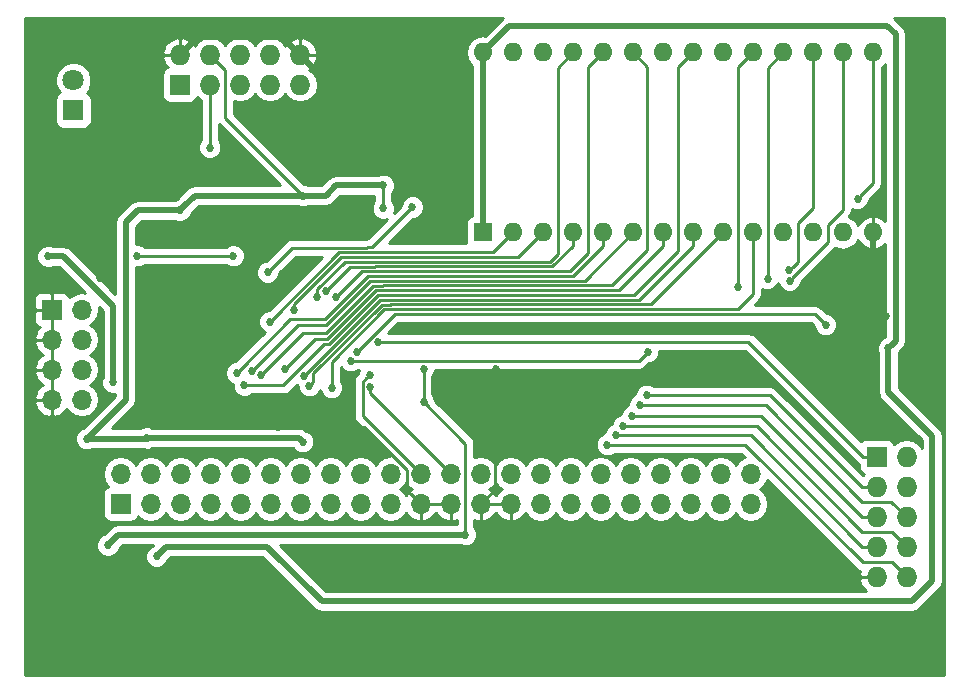
<source format=gbl>
G04 #@! TF.FileFunction,Copper,L2,Bot,Signal*
%FSLAX46Y46*%
G04 Gerber Fmt 4.6, Leading zero omitted, Abs format (unit mm)*
G04 Created by KiCad (PCBNEW 4.0.6) date 07/29/17 07:53:43*
%MOMM*%
%LPD*%
G01*
G04 APERTURE LIST*
%ADD10C,0.100000*%
%ADD11R,1.600000X1.600000*%
%ADD12O,1.600000X1.600000*%
%ADD13R,1.727200X1.727200*%
%ADD14O,1.727200X1.727200*%
%ADD15R,1.800000X1.800000*%
%ADD16C,1.800000*%
%ADD17R,1.700000X1.700000*%
%ADD18O,1.700000X1.700000*%
%ADD19C,0.685800*%
%ADD20C,0.500000*%
%ADD21C,0.250000*%
%ADD22C,0.254000*%
G04 APERTURE END LIST*
D10*
D11*
X75120500Y-117983000D03*
D12*
X108140500Y-102743000D03*
X77660500Y-117983000D03*
X105600500Y-102743000D03*
X80200500Y-117983000D03*
X103060500Y-102743000D03*
X82740500Y-117983000D03*
X100520500Y-102743000D03*
X85280500Y-117983000D03*
X97980500Y-102743000D03*
X87820500Y-117983000D03*
X95440500Y-102743000D03*
X90360500Y-117983000D03*
X92900500Y-102743000D03*
X92900500Y-117983000D03*
X90360500Y-102743000D03*
X95440500Y-117983000D03*
X87820500Y-102743000D03*
X97980500Y-117983000D03*
X85280500Y-102743000D03*
X100520500Y-117983000D03*
X82740500Y-102743000D03*
X103060500Y-117983000D03*
X80200500Y-102743000D03*
X105600500Y-117983000D03*
X77660500Y-102743000D03*
X108140500Y-117983000D03*
X75120500Y-102743000D03*
D13*
X49466500Y-105473500D03*
D14*
X49466500Y-102933500D03*
X52006500Y-105473500D03*
X52006500Y-102933500D03*
X54546500Y-105473500D03*
X54546500Y-102933500D03*
X57086500Y-105473500D03*
X57086500Y-102933500D03*
X59626500Y-105473500D03*
X59626500Y-102933500D03*
D15*
X40449500Y-107632500D03*
D16*
X40449500Y-105092500D03*
D17*
X44450000Y-140970000D03*
D18*
X44450000Y-138430000D03*
X46990000Y-140970000D03*
X46990000Y-138430000D03*
X49530000Y-140970000D03*
X49530000Y-138430000D03*
X52070000Y-140970000D03*
X52070000Y-138430000D03*
X54610000Y-140970000D03*
X54610000Y-138430000D03*
X57150000Y-140970000D03*
X57150000Y-138430000D03*
X59690000Y-140970000D03*
X59690000Y-138430000D03*
X62230000Y-140970000D03*
X62230000Y-138430000D03*
X64770000Y-140970000D03*
X64770000Y-138430000D03*
X67310000Y-140970000D03*
X67310000Y-138430000D03*
X69850000Y-140970000D03*
X69850000Y-138430000D03*
X72390000Y-140970000D03*
X72390000Y-138430000D03*
X74930000Y-140970000D03*
X74930000Y-138430000D03*
X77470000Y-140970000D03*
X77470000Y-138430000D03*
X80010000Y-140970000D03*
X80010000Y-138430000D03*
X82550000Y-140970000D03*
X82550000Y-138430000D03*
X85090000Y-140970000D03*
X85090000Y-138430000D03*
X87630000Y-140970000D03*
X87630000Y-138430000D03*
X90170000Y-140970000D03*
X90170000Y-138430000D03*
X92710000Y-140970000D03*
X92710000Y-138430000D03*
X95250000Y-140970000D03*
X95250000Y-138430000D03*
X97790000Y-140970000D03*
X97790000Y-138430000D03*
D13*
X108458000Y-136969500D03*
D14*
X110998000Y-136969500D03*
X108458000Y-139509500D03*
X110998000Y-139509500D03*
X108458000Y-142049500D03*
X110998000Y-142049500D03*
X108458000Y-144589500D03*
X110998000Y-144589500D03*
X108458000Y-147129500D03*
X110998000Y-147129500D03*
D17*
X38608000Y-124523500D03*
D18*
X41148000Y-124523500D03*
X38608000Y-127063500D03*
X41148000Y-127063500D03*
X38608000Y-129603500D03*
X41148000Y-129603500D03*
X38608000Y-132143500D03*
X41148000Y-132143500D03*
D19*
X49473480Y-116107302D03*
X70104000Y-129521801D03*
X59897000Y-114864500D03*
X41592500Y-135445500D03*
X73653544Y-143571679D03*
X43370500Y-144462500D03*
X70098169Y-132321487D03*
X66675000Y-115951000D03*
X66675000Y-113982500D03*
X59880500Y-135699500D03*
X46672500Y-135382000D03*
X57785000Y-134431551D03*
X42815000Y-113268000D03*
X42719589Y-121856500D03*
X76195466Y-129521801D03*
X71945500Y-109601000D03*
X71945500Y-116586000D03*
X62357000Y-110172500D03*
X76200000Y-132588000D03*
X109296224Y-125066135D03*
X50165000Y-133667500D03*
X47498000Y-145415000D03*
X43811648Y-130669024D03*
X109466807Y-127767035D03*
X38290500Y-120015000D03*
X52003636Y-110802332D03*
X54919478Y-130913251D03*
X54273606Y-129882478D03*
X56356084Y-130053643D03*
X55567128Y-129676828D03*
X57090394Y-125523357D03*
X58381463Y-129582624D03*
X59168485Y-124533017D03*
X59994702Y-130124295D03*
X60418618Y-130960353D03*
X61081729Y-123463378D03*
X61869839Y-122910889D03*
X62314468Y-131125210D03*
X65535707Y-130029204D03*
X65569725Y-131063985D03*
X62673144Y-123483383D03*
X87011175Y-134347895D03*
X88387644Y-132597098D03*
X66235697Y-127239307D03*
X86398258Y-135146529D03*
X87759386Y-133531859D03*
X85650972Y-135960539D03*
X89000415Y-131757054D03*
X53975000Y-119951500D03*
X45847000Y-119951500D03*
X69151500Y-115824000D03*
X56896000Y-121348500D03*
X64469377Y-128063590D03*
X104140000Y-125793500D03*
X99229382Y-121891484D03*
X63927706Y-128840770D03*
X89090500Y-128079500D03*
X101091478Y-122048188D03*
X96712293Y-122582897D03*
X101061084Y-121194018D03*
X106859641Y-115111931D03*
D20*
X41592500Y-135445500D02*
X44880640Y-132157360D01*
X44880640Y-132157360D02*
X44880640Y-117130816D01*
X44880640Y-117130816D02*
X45904154Y-116107302D01*
X45904154Y-116107302D02*
X49473480Y-116107302D01*
X49816379Y-115764403D02*
X49473480Y-116107302D01*
X59897000Y-114864500D02*
X50716282Y-114864500D01*
X50716282Y-114864500D02*
X49816379Y-115764403D01*
X46672500Y-135382000D02*
X48777674Y-135382000D01*
X48777674Y-135382000D02*
X48779010Y-135383336D01*
X59564336Y-135383336D02*
X59880500Y-135699500D01*
X48779010Y-135383336D02*
X59564336Y-135383336D01*
X66675000Y-113982500D02*
X62686427Y-113982500D01*
X62686427Y-113982500D02*
X61804427Y-114864500D01*
X61804427Y-114864500D02*
X59897000Y-114864500D01*
D21*
X59897000Y-114864500D02*
X53293645Y-108261145D01*
X53293645Y-108261145D02*
X53293645Y-104220645D01*
X53293645Y-104220645D02*
X52870099Y-103797099D01*
X52870099Y-103797099D02*
X52006500Y-102933500D01*
X70098169Y-132321487D02*
X70098169Y-129527632D01*
X70098169Y-129527632D02*
X70104000Y-129521801D01*
D20*
X41592500Y-135445500D02*
X46609000Y-135445500D01*
X46609000Y-135445500D02*
X46672500Y-135382000D01*
X44261321Y-143571679D02*
X60833000Y-143571679D01*
X60833000Y-143571679D02*
X73229280Y-143571679D01*
X73229280Y-143571679D02*
X73653544Y-143571679D01*
X43370500Y-144462500D02*
X44261321Y-143571679D01*
D21*
X73653544Y-135876862D02*
X73653544Y-143147415D01*
X73653544Y-143147415D02*
X73653544Y-143571679D01*
X70098169Y-132321487D02*
X73653544Y-135876862D01*
X66675000Y-113982500D02*
X66675000Y-115951000D01*
X65087500Y-134429500D02*
X68722599Y-138064599D01*
X68722599Y-139842599D02*
X69000001Y-140120001D01*
X68722599Y-138064599D02*
X68722599Y-139842599D01*
X69000001Y-140120001D02*
X69850000Y-140970000D01*
X58271984Y-134429500D02*
X65087500Y-134429500D01*
X57785000Y-134431551D02*
X58269933Y-134431551D01*
X58269933Y-134431551D02*
X58271984Y-134429500D01*
X57785000Y-134431551D02*
X50929051Y-134431551D01*
X50929051Y-134431551D02*
X50165000Y-133667500D01*
X50165000Y-133667500D02*
X50166408Y-133667500D01*
D20*
X42719589Y-121856500D02*
X42719589Y-113363411D01*
X42719589Y-113363411D02*
X42815000Y-113268000D01*
D21*
X76200000Y-129526335D02*
X76195466Y-129521801D01*
X76200000Y-132588000D02*
X76200000Y-129526335D01*
D20*
X71945500Y-116586000D02*
X71945500Y-109601000D01*
X62357000Y-110172500D02*
X62357000Y-105664000D01*
X62357000Y-105664000D02*
X59626500Y-102933500D01*
X50990500Y-101409500D02*
X58102500Y-101409500D01*
X49466500Y-102933500D02*
X50990500Y-101409500D01*
X58102500Y-101409500D02*
X59626500Y-102933500D01*
D21*
X74930000Y-140970000D02*
X76192949Y-139707051D01*
X76192949Y-139707051D02*
X76192949Y-132595051D01*
X76192949Y-132595051D02*
X76200000Y-132588000D01*
D20*
X108996225Y-124766136D02*
X109296224Y-125066135D01*
X108140500Y-123910411D02*
X108996225Y-124766136D01*
X108140500Y-117983000D02*
X108140500Y-123910411D01*
D21*
X38608000Y-129603500D02*
X38608000Y-130805581D01*
X38608000Y-130805581D02*
X38608000Y-132143500D01*
X38608000Y-127063500D02*
X38608000Y-129603500D01*
X38608000Y-124523500D02*
X38608000Y-125623500D01*
X38608000Y-125623500D02*
X38608000Y-127063500D01*
D20*
X109466807Y-127767035D02*
X109466807Y-131501307D01*
X109466807Y-131501307D02*
X113157000Y-135191500D01*
X48323500Y-144589500D02*
X47498000Y-145415000D01*
X113157000Y-135191500D02*
X113157000Y-147510500D01*
X113157000Y-147510500D02*
X111448198Y-149219302D01*
X111448198Y-149219302D02*
X61462302Y-149219302D01*
X61462302Y-149219302D02*
X56832500Y-144589500D01*
X56832500Y-144589500D02*
X48323500Y-144589500D01*
X38290500Y-120015000D02*
X39595658Y-120015000D01*
X39595658Y-120015000D02*
X43811648Y-124230990D01*
X43811648Y-124230990D02*
X43811648Y-130244760D01*
X43811648Y-130244760D02*
X43811648Y-130669024D01*
X75120500Y-102743000D02*
X77372721Y-100490779D01*
X110079542Y-127154300D02*
X109766806Y-127467036D01*
X77372721Y-100490779D02*
X109380779Y-100490779D01*
X109380779Y-100490779D02*
X110079542Y-101189542D01*
X110079542Y-101189542D02*
X110079542Y-127154300D01*
X109766806Y-127467036D02*
X109466807Y-127767035D01*
X75120500Y-117983000D02*
X75120500Y-116933000D01*
X75120500Y-116933000D02*
X75120500Y-102743000D01*
D21*
X52006500Y-105473500D02*
X52006500Y-110799468D01*
X52006500Y-110799468D02*
X52003636Y-110802332D01*
X66244550Y-123286269D02*
X62064851Y-127465968D01*
X55404411Y-130913251D02*
X54919478Y-130913251D01*
X58239718Y-130913251D02*
X55404411Y-130913251D01*
X66993178Y-123263409D02*
X66970318Y-123286269D01*
X91630500Y-104013000D02*
X91630500Y-119526116D01*
X92900500Y-102743000D02*
X91630500Y-104013000D01*
X87893207Y-123263409D02*
X66993178Y-123263409D01*
X66970318Y-123286269D02*
X66244550Y-123286269D01*
X62064851Y-127465968D02*
X61687001Y-127465968D01*
X91630500Y-119526116D02*
X87893207Y-123263409D01*
X61687001Y-127465968D02*
X58239718Y-130913251D01*
X65391597Y-121676625D02*
X61729220Y-125339002D01*
X58817082Y-125339002D02*
X54616505Y-129539579D01*
X85280500Y-117983000D02*
X85280500Y-119114370D01*
X66326442Y-121653765D02*
X66303582Y-121676625D01*
X82741105Y-121653765D02*
X66326442Y-121653765D01*
X85280500Y-119114370D02*
X82741105Y-121653765D01*
X66303582Y-121676625D02*
X65391597Y-121676625D01*
X61729220Y-125339002D02*
X58817082Y-125339002D01*
X54616505Y-129539579D02*
X54273606Y-129882478D01*
X89054118Y-119428846D02*
X86024377Y-122458587D01*
X86024377Y-122458587D02*
X66659810Y-122458587D01*
X66659810Y-122458587D02*
X66636950Y-122481447D01*
X89054118Y-103976618D02*
X89054118Y-119428846D01*
X87820500Y-102743000D02*
X89054118Y-103976618D01*
X56698983Y-129710744D02*
X56356084Y-130053643D01*
X65816494Y-122481447D02*
X61805941Y-126492000D01*
X59917727Y-126492000D02*
X56698983Y-129710744D01*
X61805941Y-126492000D02*
X59917727Y-126492000D01*
X66636950Y-122481447D02*
X65816494Y-122481447D01*
X87820500Y-117983000D02*
X83747324Y-122056176D01*
X66470266Y-122079036D02*
X65582494Y-122079036D01*
X61850563Y-125810967D02*
X59432989Y-125810967D01*
X83747324Y-122056176D02*
X66493126Y-122056176D01*
X59432989Y-125810967D02*
X55910027Y-129333929D01*
X65582494Y-122079036D02*
X61850563Y-125810967D01*
X66493126Y-122056176D02*
X66470266Y-122079036D01*
X55910027Y-129333929D02*
X55567128Y-129676828D01*
X57433293Y-125180458D02*
X57090394Y-125523357D01*
X65493022Y-119641710D02*
X65470162Y-119664570D01*
X77660500Y-117983000D02*
X76001790Y-119641710D01*
X65470162Y-119664570D02*
X62949181Y-119664570D01*
X76001790Y-119641710D02*
X65493022Y-119641710D01*
X62949181Y-119664570D02*
X57433293Y-125180458D01*
X61918395Y-127015957D02*
X60948130Y-127015957D01*
X60948130Y-127015957D02*
X58724362Y-129239725D01*
X86613872Y-122860998D02*
X66826494Y-122860998D01*
X58724362Y-129239725D02*
X58381463Y-129582624D01*
X66826494Y-122860998D02*
X66803634Y-122883858D01*
X66050494Y-122883858D02*
X61918395Y-127015957D01*
X66803634Y-122883858D02*
X66050494Y-122883858D01*
X90360500Y-117983000D02*
X90360500Y-119114370D01*
X90360500Y-119114370D02*
X86613872Y-122860998D01*
X65636846Y-120066981D02*
X63149588Y-120066981D01*
X65659706Y-120044121D02*
X65636846Y-120066981D01*
X78139379Y-120044121D02*
X65659706Y-120044121D01*
X63149588Y-120066981D02*
X59168485Y-124048084D01*
X80200500Y-117983000D02*
X78139379Y-120044121D01*
X59168485Y-124048084D02*
X59168485Y-124533017D01*
X60337601Y-129762313D02*
X60337601Y-129781396D01*
X66411234Y-123688680D02*
X60337601Y-129762313D01*
X60337601Y-129781396D02*
X59994702Y-130124295D01*
X67137002Y-123688680D02*
X66411234Y-123688680D01*
X67159862Y-123665820D02*
X67137002Y-123688680D01*
X92900500Y-119114370D02*
X88349050Y-123665820D01*
X88349050Y-123665820D02*
X67159862Y-123665820D01*
X92900500Y-117983000D02*
X92900500Y-119114370D01*
X60761517Y-129907492D02*
X60761517Y-130617454D01*
X89355269Y-124068231D02*
X67326546Y-124068231D01*
X67326546Y-124068231D02*
X67303686Y-124091091D01*
X60761517Y-130617454D02*
X60418618Y-130960353D01*
X66577918Y-124091091D02*
X60761517Y-129907492D01*
X67303686Y-124091091D02*
X66577918Y-124091091D01*
X95440500Y-117983000D02*
X89355269Y-124068231D01*
X63417662Y-120469392D02*
X61081729Y-122805325D01*
X81452189Y-119799088D02*
X80804745Y-120446532D01*
X65826390Y-120446532D02*
X65803530Y-120469392D01*
X80804745Y-120446532D02*
X65826390Y-120446532D01*
X61081729Y-122805325D02*
X61081729Y-122978445D01*
X61081729Y-122978445D02*
X61081729Y-123463378D01*
X65803530Y-120469392D02*
X63417662Y-120469392D01*
X82740500Y-102743000D02*
X81452189Y-104031311D01*
X81452189Y-104031311D02*
X81452189Y-119799088D01*
X65993074Y-120848943D02*
X65970214Y-120871803D01*
X81005927Y-120848943D02*
X65993074Y-120848943D01*
X82740500Y-119114370D02*
X81005927Y-120848943D01*
X63908925Y-120871803D02*
X62212738Y-122567990D01*
X82740500Y-117983000D02*
X82740500Y-119114370D01*
X65970214Y-120871803D02*
X63908925Y-120871803D01*
X62212738Y-122567990D02*
X61869839Y-122910889D01*
X96704546Y-124470642D02*
X67493230Y-124470642D01*
X97980500Y-123194688D02*
X96704546Y-124470642D01*
X97980500Y-117983000D02*
X97980500Y-123194688D01*
X62314468Y-128923636D02*
X62314468Y-130640277D01*
X62314468Y-130640277D02*
X62314468Y-131125210D01*
X67493230Y-124470642D02*
X67470370Y-124493502D01*
X66744602Y-124493502D02*
X62314468Y-128923636D01*
X67470370Y-124493502D02*
X66744602Y-124493502D01*
X64944725Y-130620186D02*
X65235708Y-130329203D01*
X64944725Y-133524725D02*
X64944725Y-130620186D01*
X69850000Y-138430000D02*
X64944725Y-133524725D01*
X65235708Y-130329203D02*
X65535707Y-130029204D01*
X72390000Y-138430000D02*
X65569725Y-131609725D01*
X65569725Y-131488249D02*
X65569725Y-131063985D01*
X65569725Y-131609725D02*
X65569725Y-131488249D01*
X64882313Y-121274214D02*
X63016043Y-123140484D01*
X66136898Y-121274214D02*
X64882313Y-121274214D01*
X66159758Y-121251354D02*
X66136898Y-121274214D01*
X84010927Y-119712302D02*
X82471875Y-121251354D01*
X84010927Y-104012573D02*
X84010927Y-119712302D01*
X63016043Y-123140484D02*
X62673144Y-123483383D01*
X82471875Y-121251354D02*
X66159758Y-121251354D01*
X85280500Y-102743000D02*
X84010927Y-104012573D01*
X110998000Y-144589500D02*
X109722489Y-143313989D01*
X109722489Y-143313989D02*
X107265002Y-143313989D01*
X107265002Y-143313989D02*
X98298908Y-134347895D01*
X98298908Y-134347895D02*
X87435439Y-134347895D01*
X87435439Y-134347895D02*
X87011175Y-134347895D01*
X110998000Y-142049500D02*
X109715981Y-140767481D01*
X109715981Y-140767481D02*
X107257097Y-140767481D01*
X99086714Y-132597098D02*
X88811908Y-132597098D01*
X107257097Y-140767481D02*
X99086714Y-132597098D01*
X88811908Y-132597098D02*
X88387644Y-132597098D01*
X66720630Y-127239307D02*
X66235697Y-127239307D01*
X97614207Y-127239307D02*
X66720630Y-127239307D01*
X107344400Y-136969500D02*
X97614207Y-127239307D01*
X108458000Y-136969500D02*
X107344400Y-136969500D01*
X108458000Y-144589500D02*
X107236686Y-144589500D01*
X107236686Y-144589500D02*
X97793715Y-135146529D01*
X97793715Y-135146529D02*
X86822522Y-135146529D01*
X86822522Y-135146529D02*
X86398258Y-135146529D01*
X108458000Y-142049500D02*
X107211050Y-142049500D01*
X107211050Y-142049500D02*
X98693409Y-133531859D01*
X98693409Y-133531859D02*
X89124754Y-133531859D01*
X89124754Y-133531859D02*
X87759386Y-133531859D01*
X110998000Y-147129500D02*
X109771952Y-145903452D01*
X109771952Y-145903452D02*
X107268849Y-145903452D01*
X107268849Y-145903452D02*
X97325936Y-135960539D01*
X97325936Y-135960539D02*
X86665145Y-135960539D01*
X86665145Y-135960539D02*
X85650972Y-135960539D01*
X108458000Y-139509500D02*
X107186148Y-139509500D01*
X107186148Y-139509500D02*
X99433702Y-131757054D01*
X99433702Y-131757054D02*
X89424679Y-131757054D01*
X89424679Y-131757054D02*
X89000415Y-131757054D01*
X53975000Y-119951500D02*
X45847000Y-119951500D01*
X57238899Y-121005601D02*
X56896000Y-121348500D01*
X58982341Y-119262159D02*
X57238899Y-121005601D01*
X65736201Y-119239299D02*
X65326338Y-119239299D01*
X65303478Y-119262159D02*
X58982341Y-119262159D01*
X69151500Y-115824000D02*
X65736201Y-119239299D01*
X65326338Y-119239299D02*
X65303478Y-119262159D01*
X64812276Y-127720691D02*
X64469377Y-128063590D01*
X104140000Y-125793500D02*
X103219553Y-124873053D01*
X103219553Y-124873053D02*
X67659914Y-124873053D01*
X67659914Y-124873053D02*
X64812276Y-127720691D01*
X100520500Y-102743000D02*
X99229382Y-104034118D01*
X99229382Y-104034118D02*
X99229382Y-121467220D01*
X99229382Y-121467220D02*
X99229382Y-121891484D01*
X64412639Y-128840770D02*
X63927706Y-128840770D01*
X89090500Y-128079500D02*
X88329230Y-128840770D01*
X88329230Y-128840770D02*
X64412639Y-128840770D01*
X105600500Y-102743000D02*
X105600500Y-116055888D01*
X105600500Y-116055888D02*
X104330500Y-117325888D01*
X104330500Y-117325888D02*
X104330500Y-118809166D01*
X104330500Y-118809166D02*
X101391477Y-121748189D01*
X101391477Y-121748189D02*
X101091478Y-122048188D01*
X96712293Y-104011207D02*
X96712293Y-122158633D01*
X97980500Y-102743000D02*
X96712293Y-104011207D01*
X96712293Y-122158633D02*
X96712293Y-122582897D01*
X103060500Y-102743000D02*
X103060500Y-115917262D01*
X103060500Y-115917262D02*
X101801483Y-117176279D01*
X101801483Y-117176279D02*
X101801483Y-120453619D01*
X101801483Y-120453619D02*
X101361083Y-120894019D01*
X101361083Y-120894019D02*
X101061084Y-121194018D01*
X107159640Y-114811932D02*
X106859641Y-115111931D01*
X108140500Y-113831072D02*
X107159640Y-114811932D01*
X108140500Y-102743000D02*
X108140500Y-113831072D01*
D22*
G36*
X76746931Y-99864989D02*
X76746929Y-99864992D01*
X75296938Y-101314983D01*
X75120500Y-101279887D01*
X74571349Y-101389120D01*
X74105802Y-101700189D01*
X73794733Y-102165736D01*
X73685500Y-102714887D01*
X73685500Y-102771113D01*
X73794733Y-103320264D01*
X74105802Y-103785811D01*
X74235500Y-103872473D01*
X74235500Y-116551554D01*
X74085183Y-116579838D01*
X73869059Y-116718910D01*
X73724069Y-116931110D01*
X73673060Y-117183000D01*
X73673060Y-118783000D01*
X73691634Y-118881710D01*
X67168592Y-118881710D01*
X69248317Y-116801985D01*
X69345163Y-116802069D01*
X69704712Y-116653507D01*
X69980040Y-116378659D01*
X70129230Y-116019370D01*
X70129569Y-115630337D01*
X69981007Y-115270788D01*
X69706159Y-114995460D01*
X69346870Y-114846270D01*
X68957837Y-114845931D01*
X68598288Y-114994493D01*
X68322960Y-115269341D01*
X68173770Y-115628630D01*
X68173684Y-115727014D01*
X67580586Y-116320112D01*
X67652730Y-116146370D01*
X67653069Y-115757337D01*
X67504507Y-115397788D01*
X67435000Y-115328160D01*
X67435000Y-114605580D01*
X67503540Y-114537159D01*
X67652730Y-114177870D01*
X67653069Y-113788837D01*
X67504507Y-113429288D01*
X67229659Y-113153960D01*
X66870370Y-113004770D01*
X66481337Y-113004431D01*
X66256092Y-113097500D01*
X62686427Y-113097500D01*
X62347752Y-113164867D01*
X62060637Y-113356710D01*
X62060635Y-113356713D01*
X61437847Y-113979500D01*
X60315688Y-113979500D01*
X60092370Y-113886770D01*
X59993986Y-113886684D01*
X54053645Y-107946343D01*
X54053645Y-106879905D01*
X54517141Y-106972100D01*
X54575859Y-106972100D01*
X55149348Y-106858026D01*
X55635529Y-106533170D01*
X55816500Y-106262328D01*
X55997471Y-106533170D01*
X56483652Y-106858026D01*
X57057141Y-106972100D01*
X57115859Y-106972100D01*
X57689348Y-106858026D01*
X58175529Y-106533170D01*
X58356500Y-106262328D01*
X58537471Y-106533170D01*
X59023652Y-106858026D01*
X59597141Y-106972100D01*
X59655859Y-106972100D01*
X60229348Y-106858026D01*
X60715529Y-106533170D01*
X61040385Y-106046989D01*
X61154459Y-105473500D01*
X61040385Y-104900011D01*
X60715529Y-104413830D01*
X60410754Y-104210185D01*
X60412072Y-104209696D01*
X60840653Y-103811926D01*
X61084390Y-103280424D01*
X61106177Y-103170895D01*
X60966347Y-102936500D01*
X59629500Y-102936500D01*
X59629500Y-102956500D01*
X59623500Y-102956500D01*
X59623500Y-102936500D01*
X59603500Y-102936500D01*
X59603500Y-102930500D01*
X59623500Y-102930500D01*
X59623500Y-101593653D01*
X59629500Y-101593653D01*
X59629500Y-102930500D01*
X60966347Y-102930500D01*
X61106177Y-102696105D01*
X61084390Y-102586576D01*
X60840653Y-102055074D01*
X60412072Y-101657304D01*
X59863895Y-101453823D01*
X59629500Y-101593653D01*
X59623500Y-101593653D01*
X59389105Y-101453823D01*
X58840928Y-101657304D01*
X58412347Y-102055074D01*
X58365252Y-102157771D01*
X58175529Y-101873830D01*
X57689348Y-101548974D01*
X57115859Y-101434900D01*
X57057141Y-101434900D01*
X56483652Y-101548974D01*
X55997471Y-101873830D01*
X55816500Y-102144672D01*
X55635529Y-101873830D01*
X55149348Y-101548974D01*
X54575859Y-101434900D01*
X54517141Y-101434900D01*
X53943652Y-101548974D01*
X53457471Y-101873830D01*
X53276500Y-102144672D01*
X53095529Y-101873830D01*
X52609348Y-101548974D01*
X52035859Y-101434900D01*
X51977141Y-101434900D01*
X51403652Y-101548974D01*
X50917471Y-101873830D01*
X50727748Y-102157771D01*
X50680653Y-102055074D01*
X50252072Y-101657304D01*
X49703895Y-101453823D01*
X49469500Y-101593653D01*
X49469500Y-102930500D01*
X49489500Y-102930500D01*
X49489500Y-102936500D01*
X49469500Y-102936500D01*
X49469500Y-102956500D01*
X49463500Y-102956500D01*
X49463500Y-102936500D01*
X48126653Y-102936500D01*
X47986823Y-103170895D01*
X48008610Y-103280424D01*
X48252347Y-103811926D01*
X48446292Y-103991928D01*
X48367583Y-104006738D01*
X48151459Y-104145810D01*
X48006469Y-104358010D01*
X47955460Y-104609900D01*
X47955460Y-106337100D01*
X47999738Y-106572417D01*
X48138810Y-106788541D01*
X48351010Y-106933531D01*
X48602900Y-106984540D01*
X50330100Y-106984540D01*
X50565417Y-106940262D01*
X50781541Y-106801190D01*
X50926531Y-106588990D01*
X50935408Y-106545155D01*
X51246500Y-106753020D01*
X51246500Y-110176393D01*
X51175096Y-110247673D01*
X51025906Y-110606962D01*
X51025567Y-110995995D01*
X51174129Y-111355544D01*
X51448977Y-111630872D01*
X51808266Y-111780062D01*
X52197299Y-111780401D01*
X52556848Y-111631839D01*
X52832176Y-111356991D01*
X52981366Y-110997702D01*
X52981705Y-110608669D01*
X52833143Y-110249120D01*
X52766500Y-110182361D01*
X52766500Y-108808802D01*
X57937198Y-113979500D01*
X50716287Y-113979500D01*
X50716282Y-113979499D01*
X50437301Y-114034993D01*
X50377607Y-114046867D01*
X50090492Y-114238710D01*
X50090490Y-114238713D01*
X49190589Y-115138613D01*
X49190587Y-115138616D01*
X49143747Y-115185456D01*
X49054572Y-115222302D01*
X45904154Y-115222302D01*
X45565479Y-115289669D01*
X45278364Y-115481512D01*
X45278362Y-115481515D01*
X44254850Y-116505026D01*
X44063007Y-116792141D01*
X44057406Y-116820299D01*
X43995639Y-117130816D01*
X43995640Y-117130821D01*
X43995640Y-123163403D01*
X40221448Y-119389210D01*
X40143130Y-119336880D01*
X39934333Y-119197367D01*
X39874639Y-119185493D01*
X39595658Y-119129999D01*
X39595653Y-119130000D01*
X38709188Y-119130000D01*
X38485870Y-119037270D01*
X38096837Y-119036931D01*
X37737288Y-119185493D01*
X37461960Y-119460341D01*
X37312770Y-119819630D01*
X37312431Y-120208663D01*
X37460993Y-120568212D01*
X37735841Y-120843540D01*
X38095130Y-120992730D01*
X38484163Y-120993069D01*
X38709408Y-120900000D01*
X39229078Y-120900000D01*
X41414877Y-123085798D01*
X41177093Y-123038500D01*
X41118907Y-123038500D01*
X40550622Y-123151539D01*
X40068853Y-123473446D01*
X40064903Y-123479358D01*
X39996327Y-123313801D01*
X39817698Y-123135173D01*
X39584309Y-123038500D01*
X38769750Y-123038500D01*
X38611000Y-123197250D01*
X38611000Y-124520500D01*
X38631000Y-124520500D01*
X38631000Y-124526500D01*
X38611000Y-124526500D01*
X38611000Y-127060500D01*
X38631000Y-127060500D01*
X38631000Y-127066500D01*
X38611000Y-127066500D01*
X38611000Y-129600500D01*
X38631000Y-129600500D01*
X38631000Y-129606500D01*
X38611000Y-129606500D01*
X38611000Y-132140500D01*
X38631000Y-132140500D01*
X38631000Y-132146500D01*
X38611000Y-132146500D01*
X38611000Y-133469747D01*
X38843268Y-133609745D01*
X39386467Y-133408101D01*
X39811152Y-133013933D01*
X39867186Y-132891737D01*
X40068853Y-133193554D01*
X40550622Y-133515461D01*
X41118907Y-133628500D01*
X41177093Y-133628500D01*
X41745378Y-133515461D01*
X42227147Y-133193554D01*
X42549054Y-132711785D01*
X42662093Y-132143500D01*
X42549054Y-131575215D01*
X42227147Y-131093446D01*
X41897974Y-130873500D01*
X42227147Y-130653554D01*
X42549054Y-130171785D01*
X42662093Y-129603500D01*
X42549054Y-129035215D01*
X42227147Y-128553446D01*
X41897974Y-128333500D01*
X42227147Y-128113554D01*
X42549054Y-127631785D01*
X42662093Y-127063500D01*
X42549054Y-126495215D01*
X42227147Y-126013446D01*
X41897974Y-125793500D01*
X42227147Y-125573554D01*
X42549054Y-125091785D01*
X42662093Y-124523500D01*
X42614795Y-124285716D01*
X42926648Y-124597569D01*
X42926648Y-130250336D01*
X42833918Y-130473654D01*
X42833579Y-130862687D01*
X42982141Y-131222236D01*
X43256989Y-131497564D01*
X43616278Y-131646754D01*
X43995640Y-131647085D01*
X43995640Y-131790781D01*
X41262766Y-134523654D01*
X41039288Y-134615993D01*
X40763960Y-134890841D01*
X40614770Y-135250130D01*
X40614431Y-135639163D01*
X40762993Y-135998712D01*
X41037841Y-136274040D01*
X41397130Y-136423230D01*
X41786163Y-136423569D01*
X42011408Y-136330500D01*
X46406736Y-136330500D01*
X46477130Y-136359730D01*
X46866163Y-136360069D01*
X47091408Y-136267000D01*
X48772294Y-136267000D01*
X48779010Y-136268336D01*
X59066590Y-136268336D01*
X59325841Y-136528040D01*
X59685130Y-136677230D01*
X60074163Y-136677569D01*
X60433712Y-136529007D01*
X60709040Y-136254159D01*
X60858230Y-135894870D01*
X60858569Y-135505837D01*
X60710007Y-135146288D01*
X60435159Y-134870960D01*
X60210078Y-134777498D01*
X60190126Y-134757546D01*
X60012310Y-134638734D01*
X59903011Y-134565703D01*
X59836600Y-134552493D01*
X59564336Y-134498335D01*
X59564331Y-134498336D01*
X48784395Y-134498336D01*
X48777674Y-134496999D01*
X48777669Y-134497000D01*
X47091188Y-134497000D01*
X46867870Y-134404270D01*
X46478837Y-134403931D01*
X46119288Y-134552493D01*
X46111267Y-134560500D01*
X43729080Y-134560500D01*
X45506427Y-132783152D01*
X45506430Y-132783150D01*
X45698273Y-132496035D01*
X45705600Y-132459202D01*
X45765641Y-132157360D01*
X45765640Y-132157355D01*
X45765640Y-120929329D01*
X46040663Y-120929569D01*
X46400212Y-120781007D01*
X46469840Y-120711500D01*
X53351920Y-120711500D01*
X53420341Y-120780040D01*
X53779630Y-120929230D01*
X54168663Y-120929569D01*
X54528212Y-120781007D01*
X54803540Y-120506159D01*
X54952730Y-120146870D01*
X54953069Y-119757837D01*
X54804507Y-119398288D01*
X54529659Y-119122960D01*
X54170370Y-118973770D01*
X53781337Y-118973431D01*
X53421788Y-119121993D01*
X53352160Y-119191500D01*
X46470080Y-119191500D01*
X46401659Y-119122960D01*
X46042370Y-118973770D01*
X45765640Y-118973529D01*
X45765640Y-117497396D01*
X46270733Y-116992302D01*
X49054792Y-116992302D01*
X49278110Y-117085032D01*
X49667143Y-117085371D01*
X50026692Y-116936809D01*
X50302020Y-116661961D01*
X50395482Y-116436879D01*
X50442166Y-116390195D01*
X50442169Y-116390193D01*
X51082861Y-115749500D01*
X59478312Y-115749500D01*
X59701630Y-115842230D01*
X60090663Y-115842569D01*
X60315908Y-115749500D01*
X61804422Y-115749500D01*
X61804427Y-115749501D01*
X62088269Y-115693040D01*
X62143102Y-115682133D01*
X62430217Y-115490290D01*
X63053006Y-114867500D01*
X65915000Y-114867500D01*
X65915000Y-115327920D01*
X65846460Y-115396341D01*
X65697270Y-115755630D01*
X65696931Y-116144663D01*
X65845493Y-116504212D01*
X66120341Y-116779540D01*
X66479630Y-116928730D01*
X66868663Y-116929069D01*
X67044130Y-116856568D01*
X65421399Y-118479299D01*
X65326338Y-118479299D01*
X65211414Y-118502159D01*
X58982341Y-118502159D01*
X58691501Y-118560011D01*
X58444940Y-118724758D01*
X56799183Y-120370515D01*
X56702337Y-120370431D01*
X56342788Y-120518993D01*
X56067460Y-120793841D01*
X55918270Y-121153130D01*
X55917931Y-121542163D01*
X56066493Y-121901712D01*
X56341341Y-122177040D01*
X56700630Y-122326230D01*
X57089663Y-122326569D01*
X57449212Y-122178007D01*
X57724540Y-121903159D01*
X57873730Y-121543870D01*
X57873816Y-121445486D01*
X59297143Y-120022159D01*
X61516790Y-120022159D01*
X56993577Y-124545372D01*
X56896731Y-124545288D01*
X56537182Y-124693850D01*
X56261854Y-124968698D01*
X56112664Y-125327987D01*
X56112325Y-125717020D01*
X56260887Y-126076569D01*
X56535735Y-126351897D01*
X56672567Y-126408715D01*
X54176789Y-128904493D01*
X54079943Y-128904409D01*
X53720394Y-129052971D01*
X53445066Y-129327819D01*
X53295876Y-129687108D01*
X53295537Y-130076141D01*
X53444099Y-130435690D01*
X53718947Y-130711018D01*
X53941673Y-130803502D01*
X53941409Y-131106914D01*
X54089971Y-131466463D01*
X54364819Y-131741791D01*
X54724108Y-131890981D01*
X55113141Y-131891320D01*
X55472690Y-131742758D01*
X55542318Y-131673251D01*
X58239718Y-131673251D01*
X58530557Y-131615399D01*
X58777119Y-131450652D01*
X59357562Y-130870209D01*
X59440043Y-130952835D01*
X59440724Y-130953118D01*
X59440549Y-131154016D01*
X59589111Y-131513565D01*
X59863959Y-131788893D01*
X60223248Y-131938083D01*
X60612281Y-131938422D01*
X60971830Y-131789860D01*
X61247158Y-131515012D01*
X61336415Y-131300057D01*
X61336399Y-131318873D01*
X61484961Y-131678422D01*
X61759809Y-131953750D01*
X62119098Y-132102940D01*
X62508131Y-132103279D01*
X62867680Y-131954717D01*
X63143008Y-131679869D01*
X63292198Y-131320580D01*
X63292537Y-130931547D01*
X63143975Y-130571998D01*
X63074468Y-130502370D01*
X63074468Y-129336548D01*
X63098199Y-129393982D01*
X63373047Y-129669310D01*
X63732336Y-129818500D01*
X64121369Y-129818839D01*
X64480918Y-129670277D01*
X64550546Y-129600770D01*
X64654754Y-129600770D01*
X64557977Y-129833834D01*
X64557891Y-129932218D01*
X64407324Y-130082785D01*
X64242577Y-130329347D01*
X64184725Y-130620186D01*
X64184725Y-133524725D01*
X64242577Y-133815564D01*
X64407324Y-134062126D01*
X67269217Y-136924019D01*
X66741715Y-137028946D01*
X66259946Y-137350853D01*
X66040000Y-137680026D01*
X65820054Y-137350853D01*
X65338285Y-137028946D01*
X64770000Y-136915907D01*
X64201715Y-137028946D01*
X63719946Y-137350853D01*
X63500000Y-137680026D01*
X63280054Y-137350853D01*
X62798285Y-137028946D01*
X62230000Y-136915907D01*
X61661715Y-137028946D01*
X61179946Y-137350853D01*
X60960000Y-137680026D01*
X60740054Y-137350853D01*
X60258285Y-137028946D01*
X59690000Y-136915907D01*
X59121715Y-137028946D01*
X58639946Y-137350853D01*
X58420000Y-137680026D01*
X58200054Y-137350853D01*
X57718285Y-137028946D01*
X57150000Y-136915907D01*
X56581715Y-137028946D01*
X56099946Y-137350853D01*
X55880000Y-137680026D01*
X55660054Y-137350853D01*
X55178285Y-137028946D01*
X54610000Y-136915907D01*
X54041715Y-137028946D01*
X53559946Y-137350853D01*
X53340000Y-137680026D01*
X53120054Y-137350853D01*
X52638285Y-137028946D01*
X52070000Y-136915907D01*
X51501715Y-137028946D01*
X51019946Y-137350853D01*
X50800000Y-137680026D01*
X50580054Y-137350853D01*
X50098285Y-137028946D01*
X49530000Y-136915907D01*
X48961715Y-137028946D01*
X48479946Y-137350853D01*
X48260000Y-137680026D01*
X48040054Y-137350853D01*
X47558285Y-137028946D01*
X46990000Y-136915907D01*
X46421715Y-137028946D01*
X45939946Y-137350853D01*
X45720000Y-137680026D01*
X45500054Y-137350853D01*
X45018285Y-137028946D01*
X44450000Y-136915907D01*
X43881715Y-137028946D01*
X43399946Y-137350853D01*
X43078039Y-137832622D01*
X42965000Y-138400907D01*
X42965000Y-138459093D01*
X43078039Y-139027378D01*
X43399946Y-139509147D01*
X43401179Y-139509971D01*
X43364683Y-139516838D01*
X43148559Y-139655910D01*
X43003569Y-139868110D01*
X42952560Y-140120000D01*
X42952560Y-141820000D01*
X42996838Y-142055317D01*
X43135910Y-142271441D01*
X43348110Y-142416431D01*
X43600000Y-142467440D01*
X45300000Y-142467440D01*
X45535317Y-142423162D01*
X45751441Y-142284090D01*
X45896431Y-142071890D01*
X45910086Y-142004459D01*
X45939946Y-142049147D01*
X46421715Y-142371054D01*
X46990000Y-142484093D01*
X47558285Y-142371054D01*
X48040054Y-142049147D01*
X48260000Y-141719974D01*
X48479946Y-142049147D01*
X48961715Y-142371054D01*
X49530000Y-142484093D01*
X50098285Y-142371054D01*
X50580054Y-142049147D01*
X50800000Y-141719974D01*
X51019946Y-142049147D01*
X51501715Y-142371054D01*
X52070000Y-142484093D01*
X52638285Y-142371054D01*
X53120054Y-142049147D01*
X53340000Y-141719974D01*
X53559946Y-142049147D01*
X54041715Y-142371054D01*
X54610000Y-142484093D01*
X55178285Y-142371054D01*
X55660054Y-142049147D01*
X55880000Y-141719974D01*
X56099946Y-142049147D01*
X56581715Y-142371054D01*
X57150000Y-142484093D01*
X57718285Y-142371054D01*
X58200054Y-142049147D01*
X58420000Y-141719974D01*
X58639946Y-142049147D01*
X59121715Y-142371054D01*
X59690000Y-142484093D01*
X60258285Y-142371054D01*
X60740054Y-142049147D01*
X60960000Y-141719974D01*
X61179946Y-142049147D01*
X61661715Y-142371054D01*
X62230000Y-142484093D01*
X62798285Y-142371054D01*
X63280054Y-142049147D01*
X63500000Y-141719974D01*
X63719946Y-142049147D01*
X64201715Y-142371054D01*
X64770000Y-142484093D01*
X65338285Y-142371054D01*
X65820054Y-142049147D01*
X66040000Y-141719974D01*
X66259946Y-142049147D01*
X66741715Y-142371054D01*
X67310000Y-142484093D01*
X67878285Y-142371054D01*
X68360054Y-142049147D01*
X68576671Y-141724956D01*
X68585399Y-141748467D01*
X68979567Y-142173152D01*
X69506251Y-142414668D01*
X69614732Y-142436245D01*
X69847000Y-142296247D01*
X69847000Y-140973000D01*
X69853000Y-140973000D01*
X69853000Y-142296247D01*
X70085268Y-142436245D01*
X70193749Y-142414668D01*
X70720433Y-142173152D01*
X71114601Y-141748467D01*
X71120000Y-141733923D01*
X71125399Y-141748467D01*
X71519567Y-142173152D01*
X72046251Y-142414668D01*
X72154732Y-142436245D01*
X72387000Y-142296247D01*
X72387000Y-140973000D01*
X69853000Y-140973000D01*
X69847000Y-140973000D01*
X69827000Y-140973000D01*
X69827000Y-140967000D01*
X69847000Y-140967000D01*
X69847000Y-140947000D01*
X69853000Y-140947000D01*
X69853000Y-140967000D01*
X72387000Y-140967000D01*
X72387000Y-140947000D01*
X72393000Y-140947000D01*
X72393000Y-140967000D01*
X72413000Y-140967000D01*
X72413000Y-140973000D01*
X72393000Y-140973000D01*
X72393000Y-142296247D01*
X72625268Y-142436245D01*
X72733749Y-142414668D01*
X72893544Y-142341392D01*
X72893544Y-142686679D01*
X44261326Y-142686679D01*
X44261321Y-142686678D01*
X43934701Y-142751648D01*
X43922646Y-142754046D01*
X43635531Y-142945889D01*
X43635529Y-142945892D01*
X43040766Y-143540654D01*
X42817288Y-143632993D01*
X42541960Y-143907841D01*
X42392770Y-144267130D01*
X42392431Y-144656163D01*
X42540993Y-145015712D01*
X42815841Y-145291040D01*
X43175130Y-145440230D01*
X43564163Y-145440569D01*
X43923712Y-145292007D01*
X44199040Y-145017159D01*
X44292502Y-144792078D01*
X44627900Y-144456679D01*
X47204741Y-144456679D01*
X47168266Y-144493154D01*
X46944788Y-144585493D01*
X46669460Y-144860341D01*
X46520270Y-145219630D01*
X46519931Y-145608663D01*
X46668493Y-145968212D01*
X46943341Y-146243540D01*
X47302630Y-146392730D01*
X47691663Y-146393069D01*
X48051212Y-146244507D01*
X48326540Y-145969659D01*
X48420002Y-145744578D01*
X48690079Y-145474500D01*
X56465920Y-145474500D01*
X60836510Y-149845089D01*
X60836512Y-149845092D01*
X61123627Y-150036935D01*
X61179818Y-150048112D01*
X61462302Y-150104303D01*
X61462307Y-150104302D01*
X111448193Y-150104302D01*
X111448198Y-150104303D01*
X111730682Y-150048112D01*
X111786873Y-150036935D01*
X112073988Y-149845092D01*
X113782787Y-148136292D01*
X113782790Y-148136290D01*
X113974633Y-147849175D01*
X113985810Y-147792984D01*
X114042001Y-147510500D01*
X114042000Y-147510495D01*
X114042000Y-135191505D01*
X114042001Y-135191500D01*
X113974633Y-134852826D01*
X113974633Y-134852825D01*
X113782790Y-134565710D01*
X113782787Y-134565708D01*
X110351807Y-131134727D01*
X110351807Y-128185723D01*
X110388810Y-128096611D01*
X110392593Y-128092828D01*
X110392596Y-128092826D01*
X110705329Y-127780092D01*
X110705332Y-127780090D01*
X110897175Y-127492975D01*
X110964542Y-127154300D01*
X110964542Y-101189547D01*
X110964543Y-101189542D01*
X110897175Y-100850867D01*
X110882867Y-100829453D01*
X110705332Y-100563752D01*
X110705329Y-100563750D01*
X110006569Y-99864989D01*
X109942231Y-99822000D01*
X114173000Y-99822000D01*
X114173000Y-155448000D01*
X36322000Y-155448000D01*
X36322000Y-132378768D01*
X37141755Y-132378768D01*
X37163332Y-132487249D01*
X37404848Y-133013933D01*
X37829533Y-133408101D01*
X38372732Y-133609745D01*
X38605000Y-133469747D01*
X38605000Y-132146500D01*
X37281753Y-132146500D01*
X37141755Y-132378768D01*
X36322000Y-132378768D01*
X36322000Y-129838768D01*
X37141755Y-129838768D01*
X37163332Y-129947249D01*
X37404848Y-130473933D01*
X37829533Y-130868101D01*
X37844077Y-130873500D01*
X37829533Y-130878899D01*
X37404848Y-131273067D01*
X37163332Y-131799751D01*
X37141755Y-131908232D01*
X37281753Y-132140500D01*
X38605000Y-132140500D01*
X38605000Y-129606500D01*
X37281753Y-129606500D01*
X37141755Y-129838768D01*
X36322000Y-129838768D01*
X36322000Y-127298768D01*
X37141755Y-127298768D01*
X37163332Y-127407249D01*
X37404848Y-127933933D01*
X37829533Y-128328101D01*
X37844077Y-128333500D01*
X37829533Y-128338899D01*
X37404848Y-128733067D01*
X37163332Y-129259751D01*
X37141755Y-129368232D01*
X37281753Y-129600500D01*
X38605000Y-129600500D01*
X38605000Y-127066500D01*
X37281753Y-127066500D01*
X37141755Y-127298768D01*
X36322000Y-127298768D01*
X36322000Y-124685250D01*
X37123000Y-124685250D01*
X37123000Y-125499810D01*
X37219673Y-125733199D01*
X37398302Y-125911827D01*
X37612340Y-126000485D01*
X37404848Y-126193067D01*
X37163332Y-126719751D01*
X37141755Y-126828232D01*
X37281753Y-127060500D01*
X38605000Y-127060500D01*
X38605000Y-124526500D01*
X37281750Y-124526500D01*
X37123000Y-124685250D01*
X36322000Y-124685250D01*
X36322000Y-123547190D01*
X37123000Y-123547190D01*
X37123000Y-124361750D01*
X37281750Y-124520500D01*
X38605000Y-124520500D01*
X38605000Y-123197250D01*
X38446250Y-123038500D01*
X37631691Y-123038500D01*
X37398302Y-123135173D01*
X37219673Y-123313801D01*
X37123000Y-123547190D01*
X36322000Y-123547190D01*
X36322000Y-106732500D01*
X38902060Y-106732500D01*
X38902060Y-108532500D01*
X38946338Y-108767817D01*
X39085410Y-108983941D01*
X39297610Y-109128931D01*
X39549500Y-109179940D01*
X41349500Y-109179940D01*
X41584817Y-109135662D01*
X41800941Y-108996590D01*
X41945931Y-108784390D01*
X41996940Y-108532500D01*
X41996940Y-106732500D01*
X41952662Y-106497183D01*
X41813590Y-106281059D01*
X41601390Y-106136069D01*
X41580966Y-106131933D01*
X41750051Y-105963143D01*
X41984233Y-105399170D01*
X41984765Y-104788509D01*
X41751568Y-104224129D01*
X41320143Y-103791949D01*
X40756170Y-103557767D01*
X40145509Y-103557235D01*
X39581129Y-103790432D01*
X39148949Y-104221857D01*
X38914767Y-104785830D01*
X38914235Y-105396491D01*
X39147432Y-105960871D01*
X39315380Y-106129113D01*
X39314183Y-106129338D01*
X39098059Y-106268410D01*
X38953069Y-106480610D01*
X38902060Y-106732500D01*
X36322000Y-106732500D01*
X36322000Y-102696105D01*
X47986823Y-102696105D01*
X48126653Y-102930500D01*
X49463500Y-102930500D01*
X49463500Y-101593653D01*
X49229105Y-101453823D01*
X48680928Y-101657304D01*
X48252347Y-102055074D01*
X48008610Y-102586576D01*
X47986823Y-102696105D01*
X36322000Y-102696105D01*
X36322000Y-99822000D01*
X76811269Y-99822000D01*
X76746931Y-99864989D01*
X76746931Y-99864989D01*
G37*
X76746931Y-99864989D02*
X76746929Y-99864992D01*
X75296938Y-101314983D01*
X75120500Y-101279887D01*
X74571349Y-101389120D01*
X74105802Y-101700189D01*
X73794733Y-102165736D01*
X73685500Y-102714887D01*
X73685500Y-102771113D01*
X73794733Y-103320264D01*
X74105802Y-103785811D01*
X74235500Y-103872473D01*
X74235500Y-116551554D01*
X74085183Y-116579838D01*
X73869059Y-116718910D01*
X73724069Y-116931110D01*
X73673060Y-117183000D01*
X73673060Y-118783000D01*
X73691634Y-118881710D01*
X67168592Y-118881710D01*
X69248317Y-116801985D01*
X69345163Y-116802069D01*
X69704712Y-116653507D01*
X69980040Y-116378659D01*
X70129230Y-116019370D01*
X70129569Y-115630337D01*
X69981007Y-115270788D01*
X69706159Y-114995460D01*
X69346870Y-114846270D01*
X68957837Y-114845931D01*
X68598288Y-114994493D01*
X68322960Y-115269341D01*
X68173770Y-115628630D01*
X68173684Y-115727014D01*
X67580586Y-116320112D01*
X67652730Y-116146370D01*
X67653069Y-115757337D01*
X67504507Y-115397788D01*
X67435000Y-115328160D01*
X67435000Y-114605580D01*
X67503540Y-114537159D01*
X67652730Y-114177870D01*
X67653069Y-113788837D01*
X67504507Y-113429288D01*
X67229659Y-113153960D01*
X66870370Y-113004770D01*
X66481337Y-113004431D01*
X66256092Y-113097500D01*
X62686427Y-113097500D01*
X62347752Y-113164867D01*
X62060637Y-113356710D01*
X62060635Y-113356713D01*
X61437847Y-113979500D01*
X60315688Y-113979500D01*
X60092370Y-113886770D01*
X59993986Y-113886684D01*
X54053645Y-107946343D01*
X54053645Y-106879905D01*
X54517141Y-106972100D01*
X54575859Y-106972100D01*
X55149348Y-106858026D01*
X55635529Y-106533170D01*
X55816500Y-106262328D01*
X55997471Y-106533170D01*
X56483652Y-106858026D01*
X57057141Y-106972100D01*
X57115859Y-106972100D01*
X57689348Y-106858026D01*
X58175529Y-106533170D01*
X58356500Y-106262328D01*
X58537471Y-106533170D01*
X59023652Y-106858026D01*
X59597141Y-106972100D01*
X59655859Y-106972100D01*
X60229348Y-106858026D01*
X60715529Y-106533170D01*
X61040385Y-106046989D01*
X61154459Y-105473500D01*
X61040385Y-104900011D01*
X60715529Y-104413830D01*
X60410754Y-104210185D01*
X60412072Y-104209696D01*
X60840653Y-103811926D01*
X61084390Y-103280424D01*
X61106177Y-103170895D01*
X60966347Y-102936500D01*
X59629500Y-102936500D01*
X59629500Y-102956500D01*
X59623500Y-102956500D01*
X59623500Y-102936500D01*
X59603500Y-102936500D01*
X59603500Y-102930500D01*
X59623500Y-102930500D01*
X59623500Y-101593653D01*
X59629500Y-101593653D01*
X59629500Y-102930500D01*
X60966347Y-102930500D01*
X61106177Y-102696105D01*
X61084390Y-102586576D01*
X60840653Y-102055074D01*
X60412072Y-101657304D01*
X59863895Y-101453823D01*
X59629500Y-101593653D01*
X59623500Y-101593653D01*
X59389105Y-101453823D01*
X58840928Y-101657304D01*
X58412347Y-102055074D01*
X58365252Y-102157771D01*
X58175529Y-101873830D01*
X57689348Y-101548974D01*
X57115859Y-101434900D01*
X57057141Y-101434900D01*
X56483652Y-101548974D01*
X55997471Y-101873830D01*
X55816500Y-102144672D01*
X55635529Y-101873830D01*
X55149348Y-101548974D01*
X54575859Y-101434900D01*
X54517141Y-101434900D01*
X53943652Y-101548974D01*
X53457471Y-101873830D01*
X53276500Y-102144672D01*
X53095529Y-101873830D01*
X52609348Y-101548974D01*
X52035859Y-101434900D01*
X51977141Y-101434900D01*
X51403652Y-101548974D01*
X50917471Y-101873830D01*
X50727748Y-102157771D01*
X50680653Y-102055074D01*
X50252072Y-101657304D01*
X49703895Y-101453823D01*
X49469500Y-101593653D01*
X49469500Y-102930500D01*
X49489500Y-102930500D01*
X49489500Y-102936500D01*
X49469500Y-102936500D01*
X49469500Y-102956500D01*
X49463500Y-102956500D01*
X49463500Y-102936500D01*
X48126653Y-102936500D01*
X47986823Y-103170895D01*
X48008610Y-103280424D01*
X48252347Y-103811926D01*
X48446292Y-103991928D01*
X48367583Y-104006738D01*
X48151459Y-104145810D01*
X48006469Y-104358010D01*
X47955460Y-104609900D01*
X47955460Y-106337100D01*
X47999738Y-106572417D01*
X48138810Y-106788541D01*
X48351010Y-106933531D01*
X48602900Y-106984540D01*
X50330100Y-106984540D01*
X50565417Y-106940262D01*
X50781541Y-106801190D01*
X50926531Y-106588990D01*
X50935408Y-106545155D01*
X51246500Y-106753020D01*
X51246500Y-110176393D01*
X51175096Y-110247673D01*
X51025906Y-110606962D01*
X51025567Y-110995995D01*
X51174129Y-111355544D01*
X51448977Y-111630872D01*
X51808266Y-111780062D01*
X52197299Y-111780401D01*
X52556848Y-111631839D01*
X52832176Y-111356991D01*
X52981366Y-110997702D01*
X52981705Y-110608669D01*
X52833143Y-110249120D01*
X52766500Y-110182361D01*
X52766500Y-108808802D01*
X57937198Y-113979500D01*
X50716287Y-113979500D01*
X50716282Y-113979499D01*
X50437301Y-114034993D01*
X50377607Y-114046867D01*
X50090492Y-114238710D01*
X50090490Y-114238713D01*
X49190589Y-115138613D01*
X49190587Y-115138616D01*
X49143747Y-115185456D01*
X49054572Y-115222302D01*
X45904154Y-115222302D01*
X45565479Y-115289669D01*
X45278364Y-115481512D01*
X45278362Y-115481515D01*
X44254850Y-116505026D01*
X44063007Y-116792141D01*
X44057406Y-116820299D01*
X43995639Y-117130816D01*
X43995640Y-117130821D01*
X43995640Y-123163403D01*
X40221448Y-119389210D01*
X40143130Y-119336880D01*
X39934333Y-119197367D01*
X39874639Y-119185493D01*
X39595658Y-119129999D01*
X39595653Y-119130000D01*
X38709188Y-119130000D01*
X38485870Y-119037270D01*
X38096837Y-119036931D01*
X37737288Y-119185493D01*
X37461960Y-119460341D01*
X37312770Y-119819630D01*
X37312431Y-120208663D01*
X37460993Y-120568212D01*
X37735841Y-120843540D01*
X38095130Y-120992730D01*
X38484163Y-120993069D01*
X38709408Y-120900000D01*
X39229078Y-120900000D01*
X41414877Y-123085798D01*
X41177093Y-123038500D01*
X41118907Y-123038500D01*
X40550622Y-123151539D01*
X40068853Y-123473446D01*
X40064903Y-123479358D01*
X39996327Y-123313801D01*
X39817698Y-123135173D01*
X39584309Y-123038500D01*
X38769750Y-123038500D01*
X38611000Y-123197250D01*
X38611000Y-124520500D01*
X38631000Y-124520500D01*
X38631000Y-124526500D01*
X38611000Y-124526500D01*
X38611000Y-127060500D01*
X38631000Y-127060500D01*
X38631000Y-127066500D01*
X38611000Y-127066500D01*
X38611000Y-129600500D01*
X38631000Y-129600500D01*
X38631000Y-129606500D01*
X38611000Y-129606500D01*
X38611000Y-132140500D01*
X38631000Y-132140500D01*
X38631000Y-132146500D01*
X38611000Y-132146500D01*
X38611000Y-133469747D01*
X38843268Y-133609745D01*
X39386467Y-133408101D01*
X39811152Y-133013933D01*
X39867186Y-132891737D01*
X40068853Y-133193554D01*
X40550622Y-133515461D01*
X41118907Y-133628500D01*
X41177093Y-133628500D01*
X41745378Y-133515461D01*
X42227147Y-133193554D01*
X42549054Y-132711785D01*
X42662093Y-132143500D01*
X42549054Y-131575215D01*
X42227147Y-131093446D01*
X41897974Y-130873500D01*
X42227147Y-130653554D01*
X42549054Y-130171785D01*
X42662093Y-129603500D01*
X42549054Y-129035215D01*
X42227147Y-128553446D01*
X41897974Y-128333500D01*
X42227147Y-128113554D01*
X42549054Y-127631785D01*
X42662093Y-127063500D01*
X42549054Y-126495215D01*
X42227147Y-126013446D01*
X41897974Y-125793500D01*
X42227147Y-125573554D01*
X42549054Y-125091785D01*
X42662093Y-124523500D01*
X42614795Y-124285716D01*
X42926648Y-124597569D01*
X42926648Y-130250336D01*
X42833918Y-130473654D01*
X42833579Y-130862687D01*
X42982141Y-131222236D01*
X43256989Y-131497564D01*
X43616278Y-131646754D01*
X43995640Y-131647085D01*
X43995640Y-131790781D01*
X41262766Y-134523654D01*
X41039288Y-134615993D01*
X40763960Y-134890841D01*
X40614770Y-135250130D01*
X40614431Y-135639163D01*
X40762993Y-135998712D01*
X41037841Y-136274040D01*
X41397130Y-136423230D01*
X41786163Y-136423569D01*
X42011408Y-136330500D01*
X46406736Y-136330500D01*
X46477130Y-136359730D01*
X46866163Y-136360069D01*
X47091408Y-136267000D01*
X48772294Y-136267000D01*
X48779010Y-136268336D01*
X59066590Y-136268336D01*
X59325841Y-136528040D01*
X59685130Y-136677230D01*
X60074163Y-136677569D01*
X60433712Y-136529007D01*
X60709040Y-136254159D01*
X60858230Y-135894870D01*
X60858569Y-135505837D01*
X60710007Y-135146288D01*
X60435159Y-134870960D01*
X60210078Y-134777498D01*
X60190126Y-134757546D01*
X60012310Y-134638734D01*
X59903011Y-134565703D01*
X59836600Y-134552493D01*
X59564336Y-134498335D01*
X59564331Y-134498336D01*
X48784395Y-134498336D01*
X48777674Y-134496999D01*
X48777669Y-134497000D01*
X47091188Y-134497000D01*
X46867870Y-134404270D01*
X46478837Y-134403931D01*
X46119288Y-134552493D01*
X46111267Y-134560500D01*
X43729080Y-134560500D01*
X45506427Y-132783152D01*
X45506430Y-132783150D01*
X45698273Y-132496035D01*
X45705600Y-132459202D01*
X45765641Y-132157360D01*
X45765640Y-132157355D01*
X45765640Y-120929329D01*
X46040663Y-120929569D01*
X46400212Y-120781007D01*
X46469840Y-120711500D01*
X53351920Y-120711500D01*
X53420341Y-120780040D01*
X53779630Y-120929230D01*
X54168663Y-120929569D01*
X54528212Y-120781007D01*
X54803540Y-120506159D01*
X54952730Y-120146870D01*
X54953069Y-119757837D01*
X54804507Y-119398288D01*
X54529659Y-119122960D01*
X54170370Y-118973770D01*
X53781337Y-118973431D01*
X53421788Y-119121993D01*
X53352160Y-119191500D01*
X46470080Y-119191500D01*
X46401659Y-119122960D01*
X46042370Y-118973770D01*
X45765640Y-118973529D01*
X45765640Y-117497396D01*
X46270733Y-116992302D01*
X49054792Y-116992302D01*
X49278110Y-117085032D01*
X49667143Y-117085371D01*
X50026692Y-116936809D01*
X50302020Y-116661961D01*
X50395482Y-116436879D01*
X50442166Y-116390195D01*
X50442169Y-116390193D01*
X51082861Y-115749500D01*
X59478312Y-115749500D01*
X59701630Y-115842230D01*
X60090663Y-115842569D01*
X60315908Y-115749500D01*
X61804422Y-115749500D01*
X61804427Y-115749501D01*
X62088269Y-115693040D01*
X62143102Y-115682133D01*
X62430217Y-115490290D01*
X63053006Y-114867500D01*
X65915000Y-114867500D01*
X65915000Y-115327920D01*
X65846460Y-115396341D01*
X65697270Y-115755630D01*
X65696931Y-116144663D01*
X65845493Y-116504212D01*
X66120341Y-116779540D01*
X66479630Y-116928730D01*
X66868663Y-116929069D01*
X67044130Y-116856568D01*
X65421399Y-118479299D01*
X65326338Y-118479299D01*
X65211414Y-118502159D01*
X58982341Y-118502159D01*
X58691501Y-118560011D01*
X58444940Y-118724758D01*
X56799183Y-120370515D01*
X56702337Y-120370431D01*
X56342788Y-120518993D01*
X56067460Y-120793841D01*
X55918270Y-121153130D01*
X55917931Y-121542163D01*
X56066493Y-121901712D01*
X56341341Y-122177040D01*
X56700630Y-122326230D01*
X57089663Y-122326569D01*
X57449212Y-122178007D01*
X57724540Y-121903159D01*
X57873730Y-121543870D01*
X57873816Y-121445486D01*
X59297143Y-120022159D01*
X61516790Y-120022159D01*
X56993577Y-124545372D01*
X56896731Y-124545288D01*
X56537182Y-124693850D01*
X56261854Y-124968698D01*
X56112664Y-125327987D01*
X56112325Y-125717020D01*
X56260887Y-126076569D01*
X56535735Y-126351897D01*
X56672567Y-126408715D01*
X54176789Y-128904493D01*
X54079943Y-128904409D01*
X53720394Y-129052971D01*
X53445066Y-129327819D01*
X53295876Y-129687108D01*
X53295537Y-130076141D01*
X53444099Y-130435690D01*
X53718947Y-130711018D01*
X53941673Y-130803502D01*
X53941409Y-131106914D01*
X54089971Y-131466463D01*
X54364819Y-131741791D01*
X54724108Y-131890981D01*
X55113141Y-131891320D01*
X55472690Y-131742758D01*
X55542318Y-131673251D01*
X58239718Y-131673251D01*
X58530557Y-131615399D01*
X58777119Y-131450652D01*
X59357562Y-130870209D01*
X59440043Y-130952835D01*
X59440724Y-130953118D01*
X59440549Y-131154016D01*
X59589111Y-131513565D01*
X59863959Y-131788893D01*
X60223248Y-131938083D01*
X60612281Y-131938422D01*
X60971830Y-131789860D01*
X61247158Y-131515012D01*
X61336415Y-131300057D01*
X61336399Y-131318873D01*
X61484961Y-131678422D01*
X61759809Y-131953750D01*
X62119098Y-132102940D01*
X62508131Y-132103279D01*
X62867680Y-131954717D01*
X63143008Y-131679869D01*
X63292198Y-131320580D01*
X63292537Y-130931547D01*
X63143975Y-130571998D01*
X63074468Y-130502370D01*
X63074468Y-129336548D01*
X63098199Y-129393982D01*
X63373047Y-129669310D01*
X63732336Y-129818500D01*
X64121369Y-129818839D01*
X64480918Y-129670277D01*
X64550546Y-129600770D01*
X64654754Y-129600770D01*
X64557977Y-129833834D01*
X64557891Y-129932218D01*
X64407324Y-130082785D01*
X64242577Y-130329347D01*
X64184725Y-130620186D01*
X64184725Y-133524725D01*
X64242577Y-133815564D01*
X64407324Y-134062126D01*
X67269217Y-136924019D01*
X66741715Y-137028946D01*
X66259946Y-137350853D01*
X66040000Y-137680026D01*
X65820054Y-137350853D01*
X65338285Y-137028946D01*
X64770000Y-136915907D01*
X64201715Y-137028946D01*
X63719946Y-137350853D01*
X63500000Y-137680026D01*
X63280054Y-137350853D01*
X62798285Y-137028946D01*
X62230000Y-136915907D01*
X61661715Y-137028946D01*
X61179946Y-137350853D01*
X60960000Y-137680026D01*
X60740054Y-137350853D01*
X60258285Y-137028946D01*
X59690000Y-136915907D01*
X59121715Y-137028946D01*
X58639946Y-137350853D01*
X58420000Y-137680026D01*
X58200054Y-137350853D01*
X57718285Y-137028946D01*
X57150000Y-136915907D01*
X56581715Y-137028946D01*
X56099946Y-137350853D01*
X55880000Y-137680026D01*
X55660054Y-137350853D01*
X55178285Y-137028946D01*
X54610000Y-136915907D01*
X54041715Y-137028946D01*
X53559946Y-137350853D01*
X53340000Y-137680026D01*
X53120054Y-137350853D01*
X52638285Y-137028946D01*
X52070000Y-136915907D01*
X51501715Y-137028946D01*
X51019946Y-137350853D01*
X50800000Y-137680026D01*
X50580054Y-137350853D01*
X50098285Y-137028946D01*
X49530000Y-136915907D01*
X48961715Y-137028946D01*
X48479946Y-137350853D01*
X48260000Y-137680026D01*
X48040054Y-137350853D01*
X47558285Y-137028946D01*
X46990000Y-136915907D01*
X46421715Y-137028946D01*
X45939946Y-137350853D01*
X45720000Y-137680026D01*
X45500054Y-137350853D01*
X45018285Y-137028946D01*
X44450000Y-136915907D01*
X43881715Y-137028946D01*
X43399946Y-137350853D01*
X43078039Y-137832622D01*
X42965000Y-138400907D01*
X42965000Y-138459093D01*
X43078039Y-139027378D01*
X43399946Y-139509147D01*
X43401179Y-139509971D01*
X43364683Y-139516838D01*
X43148559Y-139655910D01*
X43003569Y-139868110D01*
X42952560Y-140120000D01*
X42952560Y-141820000D01*
X42996838Y-142055317D01*
X43135910Y-142271441D01*
X43348110Y-142416431D01*
X43600000Y-142467440D01*
X45300000Y-142467440D01*
X45535317Y-142423162D01*
X45751441Y-142284090D01*
X45896431Y-142071890D01*
X45910086Y-142004459D01*
X45939946Y-142049147D01*
X46421715Y-142371054D01*
X46990000Y-142484093D01*
X47558285Y-142371054D01*
X48040054Y-142049147D01*
X48260000Y-141719974D01*
X48479946Y-142049147D01*
X48961715Y-142371054D01*
X49530000Y-142484093D01*
X50098285Y-142371054D01*
X50580054Y-142049147D01*
X50800000Y-141719974D01*
X51019946Y-142049147D01*
X51501715Y-142371054D01*
X52070000Y-142484093D01*
X52638285Y-142371054D01*
X53120054Y-142049147D01*
X53340000Y-141719974D01*
X53559946Y-142049147D01*
X54041715Y-142371054D01*
X54610000Y-142484093D01*
X55178285Y-142371054D01*
X55660054Y-142049147D01*
X55880000Y-141719974D01*
X56099946Y-142049147D01*
X56581715Y-142371054D01*
X57150000Y-142484093D01*
X57718285Y-142371054D01*
X58200054Y-142049147D01*
X58420000Y-141719974D01*
X58639946Y-142049147D01*
X59121715Y-142371054D01*
X59690000Y-142484093D01*
X60258285Y-142371054D01*
X60740054Y-142049147D01*
X60960000Y-141719974D01*
X61179946Y-142049147D01*
X61661715Y-142371054D01*
X62230000Y-142484093D01*
X62798285Y-142371054D01*
X63280054Y-142049147D01*
X63500000Y-141719974D01*
X63719946Y-142049147D01*
X64201715Y-142371054D01*
X64770000Y-142484093D01*
X65338285Y-142371054D01*
X65820054Y-142049147D01*
X66040000Y-141719974D01*
X66259946Y-142049147D01*
X66741715Y-142371054D01*
X67310000Y-142484093D01*
X67878285Y-142371054D01*
X68360054Y-142049147D01*
X68576671Y-141724956D01*
X68585399Y-141748467D01*
X68979567Y-142173152D01*
X69506251Y-142414668D01*
X69614732Y-142436245D01*
X69847000Y-142296247D01*
X69847000Y-140973000D01*
X69853000Y-140973000D01*
X69853000Y-142296247D01*
X70085268Y-142436245D01*
X70193749Y-142414668D01*
X70720433Y-142173152D01*
X71114601Y-141748467D01*
X71120000Y-141733923D01*
X71125399Y-141748467D01*
X71519567Y-142173152D01*
X72046251Y-142414668D01*
X72154732Y-142436245D01*
X72387000Y-142296247D01*
X72387000Y-140973000D01*
X69853000Y-140973000D01*
X69847000Y-140973000D01*
X69827000Y-140973000D01*
X69827000Y-140967000D01*
X69847000Y-140967000D01*
X69847000Y-140947000D01*
X69853000Y-140947000D01*
X69853000Y-140967000D01*
X72387000Y-140967000D01*
X72387000Y-140947000D01*
X72393000Y-140947000D01*
X72393000Y-140967000D01*
X72413000Y-140967000D01*
X72413000Y-140973000D01*
X72393000Y-140973000D01*
X72393000Y-142296247D01*
X72625268Y-142436245D01*
X72733749Y-142414668D01*
X72893544Y-142341392D01*
X72893544Y-142686679D01*
X44261326Y-142686679D01*
X44261321Y-142686678D01*
X43934701Y-142751648D01*
X43922646Y-142754046D01*
X43635531Y-142945889D01*
X43635529Y-142945892D01*
X43040766Y-143540654D01*
X42817288Y-143632993D01*
X42541960Y-143907841D01*
X42392770Y-144267130D01*
X42392431Y-144656163D01*
X42540993Y-145015712D01*
X42815841Y-145291040D01*
X43175130Y-145440230D01*
X43564163Y-145440569D01*
X43923712Y-145292007D01*
X44199040Y-145017159D01*
X44292502Y-144792078D01*
X44627900Y-144456679D01*
X47204741Y-144456679D01*
X47168266Y-144493154D01*
X46944788Y-144585493D01*
X46669460Y-144860341D01*
X46520270Y-145219630D01*
X46519931Y-145608663D01*
X46668493Y-145968212D01*
X46943341Y-146243540D01*
X47302630Y-146392730D01*
X47691663Y-146393069D01*
X48051212Y-146244507D01*
X48326540Y-145969659D01*
X48420002Y-145744578D01*
X48690079Y-145474500D01*
X56465920Y-145474500D01*
X60836510Y-149845089D01*
X60836512Y-149845092D01*
X61123627Y-150036935D01*
X61179818Y-150048112D01*
X61462302Y-150104303D01*
X61462307Y-150104302D01*
X111448193Y-150104302D01*
X111448198Y-150104303D01*
X111730682Y-150048112D01*
X111786873Y-150036935D01*
X112073988Y-149845092D01*
X113782787Y-148136292D01*
X113782790Y-148136290D01*
X113974633Y-147849175D01*
X113985810Y-147792984D01*
X114042001Y-147510500D01*
X114042000Y-147510495D01*
X114042000Y-135191505D01*
X114042001Y-135191500D01*
X113974633Y-134852826D01*
X113974633Y-134852825D01*
X113782790Y-134565710D01*
X113782787Y-134565708D01*
X110351807Y-131134727D01*
X110351807Y-128185723D01*
X110388810Y-128096611D01*
X110392593Y-128092828D01*
X110392596Y-128092826D01*
X110705329Y-127780092D01*
X110705332Y-127780090D01*
X110897175Y-127492975D01*
X110964542Y-127154300D01*
X110964542Y-101189547D01*
X110964543Y-101189542D01*
X110897175Y-100850867D01*
X110882867Y-100829453D01*
X110705332Y-100563752D01*
X110705329Y-100563750D01*
X110006569Y-99864989D01*
X109942231Y-99822000D01*
X114173000Y-99822000D01*
X114173000Y-155448000D01*
X36322000Y-155448000D01*
X36322000Y-132378768D01*
X37141755Y-132378768D01*
X37163332Y-132487249D01*
X37404848Y-133013933D01*
X37829533Y-133408101D01*
X38372732Y-133609745D01*
X38605000Y-133469747D01*
X38605000Y-132146500D01*
X37281753Y-132146500D01*
X37141755Y-132378768D01*
X36322000Y-132378768D01*
X36322000Y-129838768D01*
X37141755Y-129838768D01*
X37163332Y-129947249D01*
X37404848Y-130473933D01*
X37829533Y-130868101D01*
X37844077Y-130873500D01*
X37829533Y-130878899D01*
X37404848Y-131273067D01*
X37163332Y-131799751D01*
X37141755Y-131908232D01*
X37281753Y-132140500D01*
X38605000Y-132140500D01*
X38605000Y-129606500D01*
X37281753Y-129606500D01*
X37141755Y-129838768D01*
X36322000Y-129838768D01*
X36322000Y-127298768D01*
X37141755Y-127298768D01*
X37163332Y-127407249D01*
X37404848Y-127933933D01*
X37829533Y-128328101D01*
X37844077Y-128333500D01*
X37829533Y-128338899D01*
X37404848Y-128733067D01*
X37163332Y-129259751D01*
X37141755Y-129368232D01*
X37281753Y-129600500D01*
X38605000Y-129600500D01*
X38605000Y-127066500D01*
X37281753Y-127066500D01*
X37141755Y-127298768D01*
X36322000Y-127298768D01*
X36322000Y-124685250D01*
X37123000Y-124685250D01*
X37123000Y-125499810D01*
X37219673Y-125733199D01*
X37398302Y-125911827D01*
X37612340Y-126000485D01*
X37404848Y-126193067D01*
X37163332Y-126719751D01*
X37141755Y-126828232D01*
X37281753Y-127060500D01*
X38605000Y-127060500D01*
X38605000Y-124526500D01*
X37281750Y-124526500D01*
X37123000Y-124685250D01*
X36322000Y-124685250D01*
X36322000Y-123547190D01*
X37123000Y-123547190D01*
X37123000Y-124361750D01*
X37281750Y-124520500D01*
X38605000Y-124520500D01*
X38605000Y-123197250D01*
X38446250Y-123038500D01*
X37631691Y-123038500D01*
X37398302Y-123135173D01*
X37219673Y-123313801D01*
X37123000Y-123547190D01*
X36322000Y-123547190D01*
X36322000Y-106732500D01*
X38902060Y-106732500D01*
X38902060Y-108532500D01*
X38946338Y-108767817D01*
X39085410Y-108983941D01*
X39297610Y-109128931D01*
X39549500Y-109179940D01*
X41349500Y-109179940D01*
X41584817Y-109135662D01*
X41800941Y-108996590D01*
X41945931Y-108784390D01*
X41996940Y-108532500D01*
X41996940Y-106732500D01*
X41952662Y-106497183D01*
X41813590Y-106281059D01*
X41601390Y-106136069D01*
X41580966Y-106131933D01*
X41750051Y-105963143D01*
X41984233Y-105399170D01*
X41984765Y-104788509D01*
X41751568Y-104224129D01*
X41320143Y-103791949D01*
X40756170Y-103557767D01*
X40145509Y-103557235D01*
X39581129Y-103790432D01*
X39148949Y-104221857D01*
X38914767Y-104785830D01*
X38914235Y-105396491D01*
X39147432Y-105960871D01*
X39315380Y-106129113D01*
X39314183Y-106129338D01*
X39098059Y-106268410D01*
X38953069Y-106480610D01*
X38902060Y-106732500D01*
X36322000Y-106732500D01*
X36322000Y-102696105D01*
X47986823Y-102696105D01*
X48126653Y-102930500D01*
X49463500Y-102930500D01*
X49463500Y-101593653D01*
X49229105Y-101453823D01*
X48680928Y-101657304D01*
X48252347Y-102055074D01*
X48008610Y-102586576D01*
X47986823Y-102696105D01*
X36322000Y-102696105D01*
X36322000Y-99822000D01*
X76811269Y-99822000D01*
X76746931Y-99864989D01*
G36*
X106731448Y-146440853D02*
X106978009Y-146605600D01*
X107026263Y-146615198D01*
X107077338Y-146625358D01*
X106978323Y-146892105D01*
X107118153Y-147126500D01*
X108455000Y-147126500D01*
X108455000Y-147106500D01*
X108461000Y-147106500D01*
X108461000Y-147126500D01*
X108481000Y-147126500D01*
X108481000Y-147132500D01*
X108461000Y-147132500D01*
X108461000Y-147152500D01*
X108455000Y-147152500D01*
X108455000Y-147132500D01*
X107118153Y-147132500D01*
X106978323Y-147366895D01*
X107181804Y-147915072D01*
X107570895Y-148334302D01*
X61828881Y-148334302D01*
X57951259Y-144456679D01*
X73234856Y-144456679D01*
X73458174Y-144549409D01*
X73847207Y-144549748D01*
X74206756Y-144401186D01*
X74482084Y-144126338D01*
X74631274Y-143767049D01*
X74631613Y-143378016D01*
X74483051Y-143018467D01*
X74413544Y-142948839D01*
X74413544Y-142335472D01*
X74586251Y-142414668D01*
X74694732Y-142436245D01*
X74927000Y-142296247D01*
X74927000Y-140973000D01*
X74933000Y-140973000D01*
X74933000Y-142296247D01*
X75165268Y-142436245D01*
X75273749Y-142414668D01*
X75800433Y-142173152D01*
X76194601Y-141748467D01*
X76200000Y-141733923D01*
X76205399Y-141748467D01*
X76599567Y-142173152D01*
X77126251Y-142414668D01*
X77234732Y-142436245D01*
X77467000Y-142296247D01*
X77467000Y-140973000D01*
X74933000Y-140973000D01*
X74927000Y-140973000D01*
X74907000Y-140973000D01*
X74907000Y-140967000D01*
X74927000Y-140967000D01*
X74927000Y-140947000D01*
X74933000Y-140947000D01*
X74933000Y-140967000D01*
X77467000Y-140967000D01*
X77467000Y-140947000D01*
X77473000Y-140947000D01*
X77473000Y-140967000D01*
X77493000Y-140967000D01*
X77493000Y-140973000D01*
X77473000Y-140973000D01*
X77473000Y-142296247D01*
X77705268Y-142436245D01*
X77813749Y-142414668D01*
X78340433Y-142173152D01*
X78734601Y-141748467D01*
X78743329Y-141724956D01*
X78959946Y-142049147D01*
X79441715Y-142371054D01*
X80010000Y-142484093D01*
X80578285Y-142371054D01*
X81060054Y-142049147D01*
X81280000Y-141719974D01*
X81499946Y-142049147D01*
X81981715Y-142371054D01*
X82550000Y-142484093D01*
X83118285Y-142371054D01*
X83600054Y-142049147D01*
X83820000Y-141719974D01*
X84039946Y-142049147D01*
X84521715Y-142371054D01*
X85090000Y-142484093D01*
X85658285Y-142371054D01*
X86140054Y-142049147D01*
X86360000Y-141719974D01*
X86579946Y-142049147D01*
X87061715Y-142371054D01*
X87630000Y-142484093D01*
X88198285Y-142371054D01*
X88680054Y-142049147D01*
X88900000Y-141719974D01*
X89119946Y-142049147D01*
X89601715Y-142371054D01*
X90170000Y-142484093D01*
X90738285Y-142371054D01*
X91220054Y-142049147D01*
X91440000Y-141719974D01*
X91659946Y-142049147D01*
X92141715Y-142371054D01*
X92710000Y-142484093D01*
X93278285Y-142371054D01*
X93760054Y-142049147D01*
X93980000Y-141719974D01*
X94199946Y-142049147D01*
X94681715Y-142371054D01*
X95250000Y-142484093D01*
X95818285Y-142371054D01*
X96300054Y-142049147D01*
X96520000Y-141719974D01*
X96739946Y-142049147D01*
X97221715Y-142371054D01*
X97790000Y-142484093D01*
X98358285Y-142371054D01*
X98840054Y-142049147D01*
X99161961Y-141567378D01*
X99275000Y-140999093D01*
X99275000Y-140940907D01*
X99161961Y-140372622D01*
X98840054Y-139890853D01*
X98554422Y-139700000D01*
X98840054Y-139509147D01*
X99161961Y-139027378D01*
X99187845Y-138897250D01*
X106731448Y-146440853D01*
X106731448Y-146440853D01*
G37*
X106731448Y-146440853D02*
X106978009Y-146605600D01*
X107026263Y-146615198D01*
X107077338Y-146625358D01*
X106978323Y-146892105D01*
X107118153Y-147126500D01*
X108455000Y-147126500D01*
X108455000Y-147106500D01*
X108461000Y-147106500D01*
X108461000Y-147126500D01*
X108481000Y-147126500D01*
X108481000Y-147132500D01*
X108461000Y-147132500D01*
X108461000Y-147152500D01*
X108455000Y-147152500D01*
X108455000Y-147132500D01*
X107118153Y-147132500D01*
X106978323Y-147366895D01*
X107181804Y-147915072D01*
X107570895Y-148334302D01*
X61828881Y-148334302D01*
X57951259Y-144456679D01*
X73234856Y-144456679D01*
X73458174Y-144549409D01*
X73847207Y-144549748D01*
X74206756Y-144401186D01*
X74482084Y-144126338D01*
X74631274Y-143767049D01*
X74631613Y-143378016D01*
X74483051Y-143018467D01*
X74413544Y-142948839D01*
X74413544Y-142335472D01*
X74586251Y-142414668D01*
X74694732Y-142436245D01*
X74927000Y-142296247D01*
X74927000Y-140973000D01*
X74933000Y-140973000D01*
X74933000Y-142296247D01*
X75165268Y-142436245D01*
X75273749Y-142414668D01*
X75800433Y-142173152D01*
X76194601Y-141748467D01*
X76200000Y-141733923D01*
X76205399Y-141748467D01*
X76599567Y-142173152D01*
X77126251Y-142414668D01*
X77234732Y-142436245D01*
X77467000Y-142296247D01*
X77467000Y-140973000D01*
X74933000Y-140973000D01*
X74927000Y-140973000D01*
X74907000Y-140973000D01*
X74907000Y-140967000D01*
X74927000Y-140967000D01*
X74927000Y-140947000D01*
X74933000Y-140947000D01*
X74933000Y-140967000D01*
X77467000Y-140967000D01*
X77467000Y-140947000D01*
X77473000Y-140947000D01*
X77473000Y-140967000D01*
X77493000Y-140967000D01*
X77493000Y-140973000D01*
X77473000Y-140973000D01*
X77473000Y-142296247D01*
X77705268Y-142436245D01*
X77813749Y-142414668D01*
X78340433Y-142173152D01*
X78734601Y-141748467D01*
X78743329Y-141724956D01*
X78959946Y-142049147D01*
X79441715Y-142371054D01*
X80010000Y-142484093D01*
X80578285Y-142371054D01*
X81060054Y-142049147D01*
X81280000Y-141719974D01*
X81499946Y-142049147D01*
X81981715Y-142371054D01*
X82550000Y-142484093D01*
X83118285Y-142371054D01*
X83600054Y-142049147D01*
X83820000Y-141719974D01*
X84039946Y-142049147D01*
X84521715Y-142371054D01*
X85090000Y-142484093D01*
X85658285Y-142371054D01*
X86140054Y-142049147D01*
X86360000Y-141719974D01*
X86579946Y-142049147D01*
X87061715Y-142371054D01*
X87630000Y-142484093D01*
X88198285Y-142371054D01*
X88680054Y-142049147D01*
X88900000Y-141719974D01*
X89119946Y-142049147D01*
X89601715Y-142371054D01*
X90170000Y-142484093D01*
X90738285Y-142371054D01*
X91220054Y-142049147D01*
X91440000Y-141719974D01*
X91659946Y-142049147D01*
X92141715Y-142371054D01*
X92710000Y-142484093D01*
X93278285Y-142371054D01*
X93760054Y-142049147D01*
X93980000Y-141719974D01*
X94199946Y-142049147D01*
X94681715Y-142371054D01*
X95250000Y-142484093D01*
X95818285Y-142371054D01*
X96300054Y-142049147D01*
X96520000Y-141719974D01*
X96739946Y-142049147D01*
X97221715Y-142371054D01*
X97790000Y-142484093D01*
X98358285Y-142371054D01*
X98840054Y-142049147D01*
X99161961Y-141567378D01*
X99275000Y-140999093D01*
X99275000Y-140940907D01*
X99161961Y-140372622D01*
X98840054Y-139890853D01*
X98554422Y-139700000D01*
X98840054Y-139509147D01*
X99161961Y-139027378D01*
X99187845Y-138897250D01*
X106731448Y-146440853D01*
G36*
X68799946Y-139509147D02*
X69101763Y-139710814D01*
X68979567Y-139766848D01*
X68585399Y-140191533D01*
X68576671Y-140215044D01*
X68360054Y-139890853D01*
X68074422Y-139700000D01*
X68360054Y-139509147D01*
X68580000Y-139179974D01*
X68799946Y-139509147D01*
X68799946Y-139509147D01*
G37*
X68799946Y-139509147D02*
X69101763Y-139710814D01*
X68979567Y-139766848D01*
X68585399Y-140191533D01*
X68576671Y-140215044D01*
X68360054Y-139890853D01*
X68074422Y-139700000D01*
X68360054Y-139509147D01*
X68580000Y-139179974D01*
X68799946Y-139509147D01*
G36*
X76419946Y-139509147D02*
X76721763Y-139710814D01*
X76599567Y-139766848D01*
X76205399Y-140191533D01*
X76200000Y-140206077D01*
X76194601Y-140191533D01*
X75800433Y-139766848D01*
X75678237Y-139710814D01*
X75980054Y-139509147D01*
X76200000Y-139179974D01*
X76419946Y-139509147D01*
X76419946Y-139509147D01*
G37*
X76419946Y-139509147D02*
X76721763Y-139710814D01*
X76599567Y-139766848D01*
X76205399Y-140191533D01*
X76200000Y-140206077D01*
X76194601Y-140191533D01*
X75800433Y-139766848D01*
X75678237Y-139710814D01*
X75980054Y-139509147D01*
X76200000Y-139179974D01*
X76419946Y-139509147D01*
G36*
X111001000Y-139506500D02*
X111021000Y-139506500D01*
X111021000Y-139512500D01*
X111001000Y-139512500D01*
X111001000Y-139532500D01*
X110995000Y-139532500D01*
X110995000Y-139512500D01*
X110975000Y-139512500D01*
X110975000Y-139506500D01*
X110995000Y-139506500D01*
X110995000Y-139486500D01*
X111001000Y-139486500D01*
X111001000Y-139506500D01*
X111001000Y-139506500D01*
G37*
X111001000Y-139506500D02*
X111021000Y-139506500D01*
X111021000Y-139512500D01*
X111001000Y-139512500D01*
X111001000Y-139532500D01*
X110995000Y-139532500D01*
X110995000Y-139512500D01*
X110975000Y-139512500D01*
X110975000Y-139506500D01*
X110995000Y-139506500D01*
X110995000Y-139486500D01*
X111001000Y-139486500D01*
X111001000Y-139506500D01*
G36*
X106806999Y-137506901D02*
X106946960Y-137600420D01*
X106946960Y-137833100D01*
X106991238Y-138068417D01*
X107130310Y-138284541D01*
X107342510Y-138429531D01*
X107386345Y-138438408D01*
X107307643Y-138556193D01*
X99971103Y-131219653D01*
X99724541Y-131054906D01*
X99433702Y-130997054D01*
X89623495Y-130997054D01*
X89555074Y-130928514D01*
X89195785Y-130779324D01*
X88806752Y-130778985D01*
X88447203Y-130927547D01*
X88171875Y-131202395D01*
X88022685Y-131561684D01*
X88022573Y-131689853D01*
X87834432Y-131767591D01*
X87559104Y-132042439D01*
X87409914Y-132401728D01*
X87409725Y-132618247D01*
X87206174Y-132702352D01*
X86930846Y-132977200D01*
X86781656Y-133336489D01*
X86781614Y-133384659D01*
X86457963Y-133518388D01*
X86182635Y-133793236D01*
X86033445Y-134152525D01*
X86033369Y-134239209D01*
X85845046Y-134317022D01*
X85569718Y-134591870D01*
X85420528Y-134951159D01*
X85420487Y-134997684D01*
X85097760Y-135131032D01*
X84822432Y-135405880D01*
X84673242Y-135765169D01*
X84672903Y-136154202D01*
X84821465Y-136513751D01*
X85096313Y-136789079D01*
X85455602Y-136938269D01*
X85844635Y-136938608D01*
X86204184Y-136790046D01*
X86273812Y-136720539D01*
X97011134Y-136720539D01*
X97303311Y-137012716D01*
X97221715Y-137028946D01*
X96739946Y-137350853D01*
X96520000Y-137680026D01*
X96300054Y-137350853D01*
X95818285Y-137028946D01*
X95250000Y-136915907D01*
X94681715Y-137028946D01*
X94199946Y-137350853D01*
X93980000Y-137680026D01*
X93760054Y-137350853D01*
X93278285Y-137028946D01*
X92710000Y-136915907D01*
X92141715Y-137028946D01*
X91659946Y-137350853D01*
X91440000Y-137680026D01*
X91220054Y-137350853D01*
X90738285Y-137028946D01*
X90170000Y-136915907D01*
X89601715Y-137028946D01*
X89119946Y-137350853D01*
X88900000Y-137680026D01*
X88680054Y-137350853D01*
X88198285Y-137028946D01*
X87630000Y-136915907D01*
X87061715Y-137028946D01*
X86579946Y-137350853D01*
X86360000Y-137680026D01*
X86140054Y-137350853D01*
X85658285Y-137028946D01*
X85090000Y-136915907D01*
X84521715Y-137028946D01*
X84039946Y-137350853D01*
X83820000Y-137680026D01*
X83600054Y-137350853D01*
X83118285Y-137028946D01*
X82550000Y-136915907D01*
X81981715Y-137028946D01*
X81499946Y-137350853D01*
X81280000Y-137680026D01*
X81060054Y-137350853D01*
X80578285Y-137028946D01*
X80010000Y-136915907D01*
X79441715Y-137028946D01*
X78959946Y-137350853D01*
X78740000Y-137680026D01*
X78520054Y-137350853D01*
X78038285Y-137028946D01*
X77470000Y-136915907D01*
X76901715Y-137028946D01*
X76419946Y-137350853D01*
X76200000Y-137680026D01*
X75980054Y-137350853D01*
X75498285Y-137028946D01*
X74930000Y-136915907D01*
X74413544Y-137018637D01*
X74413544Y-135876862D01*
X74355692Y-135586023D01*
X74190945Y-135339461D01*
X71076154Y-132224670D01*
X71076238Y-132127824D01*
X70927676Y-131768275D01*
X70858169Y-131698647D01*
X70858169Y-130150701D01*
X70932540Y-130076460D01*
X71081730Y-129717171D01*
X71081831Y-129600770D01*
X88329230Y-129600770D01*
X88620069Y-129542918D01*
X88866631Y-129378171D01*
X89187317Y-129057485D01*
X89284163Y-129057569D01*
X89643712Y-128909007D01*
X89919040Y-128634159D01*
X90068230Y-128274870D01*
X90068470Y-127999307D01*
X97299405Y-127999307D01*
X106806999Y-137506901D01*
X106806999Y-137506901D01*
G37*
X106806999Y-137506901D02*
X106946960Y-137600420D01*
X106946960Y-137833100D01*
X106991238Y-138068417D01*
X107130310Y-138284541D01*
X107342510Y-138429531D01*
X107386345Y-138438408D01*
X107307643Y-138556193D01*
X99971103Y-131219653D01*
X99724541Y-131054906D01*
X99433702Y-130997054D01*
X89623495Y-130997054D01*
X89555074Y-130928514D01*
X89195785Y-130779324D01*
X88806752Y-130778985D01*
X88447203Y-130927547D01*
X88171875Y-131202395D01*
X88022685Y-131561684D01*
X88022573Y-131689853D01*
X87834432Y-131767591D01*
X87559104Y-132042439D01*
X87409914Y-132401728D01*
X87409725Y-132618247D01*
X87206174Y-132702352D01*
X86930846Y-132977200D01*
X86781656Y-133336489D01*
X86781614Y-133384659D01*
X86457963Y-133518388D01*
X86182635Y-133793236D01*
X86033445Y-134152525D01*
X86033369Y-134239209D01*
X85845046Y-134317022D01*
X85569718Y-134591870D01*
X85420528Y-134951159D01*
X85420487Y-134997684D01*
X85097760Y-135131032D01*
X84822432Y-135405880D01*
X84673242Y-135765169D01*
X84672903Y-136154202D01*
X84821465Y-136513751D01*
X85096313Y-136789079D01*
X85455602Y-136938269D01*
X85844635Y-136938608D01*
X86204184Y-136790046D01*
X86273812Y-136720539D01*
X97011134Y-136720539D01*
X97303311Y-137012716D01*
X97221715Y-137028946D01*
X96739946Y-137350853D01*
X96520000Y-137680026D01*
X96300054Y-137350853D01*
X95818285Y-137028946D01*
X95250000Y-136915907D01*
X94681715Y-137028946D01*
X94199946Y-137350853D01*
X93980000Y-137680026D01*
X93760054Y-137350853D01*
X93278285Y-137028946D01*
X92710000Y-136915907D01*
X92141715Y-137028946D01*
X91659946Y-137350853D01*
X91440000Y-137680026D01*
X91220054Y-137350853D01*
X90738285Y-137028946D01*
X90170000Y-136915907D01*
X89601715Y-137028946D01*
X89119946Y-137350853D01*
X88900000Y-137680026D01*
X88680054Y-137350853D01*
X88198285Y-137028946D01*
X87630000Y-136915907D01*
X87061715Y-137028946D01*
X86579946Y-137350853D01*
X86360000Y-137680026D01*
X86140054Y-137350853D01*
X85658285Y-137028946D01*
X85090000Y-136915907D01*
X84521715Y-137028946D01*
X84039946Y-137350853D01*
X83820000Y-137680026D01*
X83600054Y-137350853D01*
X83118285Y-137028946D01*
X82550000Y-136915907D01*
X81981715Y-137028946D01*
X81499946Y-137350853D01*
X81280000Y-137680026D01*
X81060054Y-137350853D01*
X80578285Y-137028946D01*
X80010000Y-136915907D01*
X79441715Y-137028946D01*
X78959946Y-137350853D01*
X78740000Y-137680026D01*
X78520054Y-137350853D01*
X78038285Y-137028946D01*
X77470000Y-136915907D01*
X76901715Y-137028946D01*
X76419946Y-137350853D01*
X76200000Y-137680026D01*
X75980054Y-137350853D01*
X75498285Y-137028946D01*
X74930000Y-136915907D01*
X74413544Y-137018637D01*
X74413544Y-135876862D01*
X74355692Y-135586023D01*
X74190945Y-135339461D01*
X71076154Y-132224670D01*
X71076238Y-132127824D01*
X70927676Y-131768275D01*
X70858169Y-131698647D01*
X70858169Y-130150701D01*
X70932540Y-130076460D01*
X71081730Y-129717171D01*
X71081831Y-129600770D01*
X88329230Y-129600770D01*
X88620069Y-129542918D01*
X88866631Y-129378171D01*
X89187317Y-129057485D01*
X89284163Y-129057569D01*
X89643712Y-128909007D01*
X89919040Y-128634159D01*
X90068230Y-128274870D01*
X90068470Y-127999307D01*
X97299405Y-127999307D01*
X106806999Y-137506901D01*
G36*
X109194542Y-117049756D02*
X108981543Y-116820299D01*
X108472576Y-116586951D01*
X108367946Y-116566139D01*
X108143500Y-116706754D01*
X108143500Y-117980000D01*
X108163500Y-117980000D01*
X108163500Y-117986000D01*
X108143500Y-117986000D01*
X108143500Y-119259246D01*
X108367946Y-119399861D01*
X108472576Y-119379049D01*
X108981543Y-119145701D01*
X109194542Y-118916244D01*
X109194542Y-126787720D01*
X109141016Y-126841246D01*
X109141014Y-126841249D01*
X109137074Y-126845189D01*
X108913595Y-126937528D01*
X108638267Y-127212376D01*
X108489077Y-127571665D01*
X108488738Y-127960698D01*
X108581807Y-128185943D01*
X108581807Y-131501302D01*
X108581806Y-131501307D01*
X108634967Y-131768558D01*
X108649174Y-131839982D01*
X108784451Y-132042439D01*
X108841017Y-132127097D01*
X112272000Y-135558079D01*
X112272000Y-136201238D01*
X112057670Y-135880471D01*
X111571489Y-135555615D01*
X110998000Y-135441541D01*
X110424511Y-135555615D01*
X109938330Y-135880471D01*
X109929195Y-135894142D01*
X109924762Y-135870583D01*
X109785690Y-135654459D01*
X109573490Y-135509469D01*
X109321600Y-135458460D01*
X107594400Y-135458460D01*
X107359083Y-135502738D01*
X107142959Y-135641810D01*
X107122076Y-135672374D01*
X98151608Y-126701906D01*
X97905046Y-126537159D01*
X97614207Y-126479307D01*
X67128462Y-126479307D01*
X67974716Y-125633053D01*
X102904751Y-125633053D01*
X103162015Y-125890317D01*
X103161931Y-125987163D01*
X103310493Y-126346712D01*
X103585341Y-126622040D01*
X103944630Y-126771230D01*
X104333663Y-126771569D01*
X104693212Y-126623007D01*
X104968540Y-126348159D01*
X105117730Y-125988870D01*
X105118069Y-125599837D01*
X104969507Y-125240288D01*
X104694659Y-124964960D01*
X104335370Y-124815770D01*
X104236986Y-124815684D01*
X103756954Y-124335652D01*
X103510392Y-124170905D01*
X103219553Y-124113053D01*
X98136937Y-124113053D01*
X98517901Y-123732089D01*
X98682648Y-123485528D01*
X98697193Y-123412404D01*
X98740500Y-123194688D01*
X98740500Y-122747337D01*
X99034012Y-122869214D01*
X99423045Y-122869553D01*
X99782594Y-122720991D01*
X100057922Y-122446143D01*
X100128044Y-122277271D01*
X100261971Y-122601400D01*
X100536819Y-122876728D01*
X100896108Y-123025918D01*
X101285141Y-123026257D01*
X101644690Y-122877695D01*
X101920018Y-122602847D01*
X102069208Y-122243558D01*
X102069294Y-122145174D01*
X104867901Y-119346567D01*
X104928999Y-119255128D01*
X105051349Y-119336880D01*
X105600500Y-119446113D01*
X106149651Y-119336880D01*
X106615198Y-119025811D01*
X106879508Y-118630243D01*
X106918531Y-118735342D01*
X107299457Y-119145701D01*
X107808424Y-119379049D01*
X107913054Y-119399861D01*
X108137500Y-119259246D01*
X108137500Y-117986000D01*
X108117500Y-117986000D01*
X108117500Y-117980000D01*
X108137500Y-117980000D01*
X108137500Y-116706754D01*
X107913054Y-116566139D01*
X107808424Y-116586951D01*
X107299457Y-116820299D01*
X106918531Y-117230658D01*
X106879508Y-117335757D01*
X106615198Y-116940189D01*
X106149651Y-116629120D01*
X106109964Y-116621226D01*
X106137901Y-116593289D01*
X106302648Y-116346728D01*
X106360500Y-116055888D01*
X106360500Y-115963524D01*
X106664271Y-116089661D01*
X107053304Y-116090000D01*
X107412853Y-115941438D01*
X107688181Y-115666590D01*
X107837371Y-115307301D01*
X107837457Y-115208917D01*
X108677901Y-114368473D01*
X108842648Y-114121911D01*
X108900500Y-113831072D01*
X108900500Y-103955995D01*
X109155198Y-103785811D01*
X109194542Y-103726929D01*
X109194542Y-117049756D01*
X109194542Y-117049756D01*
G37*
X109194542Y-117049756D02*
X108981543Y-116820299D01*
X108472576Y-116586951D01*
X108367946Y-116566139D01*
X108143500Y-116706754D01*
X108143500Y-117980000D01*
X108163500Y-117980000D01*
X108163500Y-117986000D01*
X108143500Y-117986000D01*
X108143500Y-119259246D01*
X108367946Y-119399861D01*
X108472576Y-119379049D01*
X108981543Y-119145701D01*
X109194542Y-118916244D01*
X109194542Y-126787720D01*
X109141016Y-126841246D01*
X109141014Y-126841249D01*
X109137074Y-126845189D01*
X108913595Y-126937528D01*
X108638267Y-127212376D01*
X108489077Y-127571665D01*
X108488738Y-127960698D01*
X108581807Y-128185943D01*
X108581807Y-131501302D01*
X108581806Y-131501307D01*
X108634967Y-131768558D01*
X108649174Y-131839982D01*
X108784451Y-132042439D01*
X108841017Y-132127097D01*
X112272000Y-135558079D01*
X112272000Y-136201238D01*
X112057670Y-135880471D01*
X111571489Y-135555615D01*
X110998000Y-135441541D01*
X110424511Y-135555615D01*
X109938330Y-135880471D01*
X109929195Y-135894142D01*
X109924762Y-135870583D01*
X109785690Y-135654459D01*
X109573490Y-135509469D01*
X109321600Y-135458460D01*
X107594400Y-135458460D01*
X107359083Y-135502738D01*
X107142959Y-135641810D01*
X107122076Y-135672374D01*
X98151608Y-126701906D01*
X97905046Y-126537159D01*
X97614207Y-126479307D01*
X67128462Y-126479307D01*
X67974716Y-125633053D01*
X102904751Y-125633053D01*
X103162015Y-125890317D01*
X103161931Y-125987163D01*
X103310493Y-126346712D01*
X103585341Y-126622040D01*
X103944630Y-126771230D01*
X104333663Y-126771569D01*
X104693212Y-126623007D01*
X104968540Y-126348159D01*
X105117730Y-125988870D01*
X105118069Y-125599837D01*
X104969507Y-125240288D01*
X104694659Y-124964960D01*
X104335370Y-124815770D01*
X104236986Y-124815684D01*
X103756954Y-124335652D01*
X103510392Y-124170905D01*
X103219553Y-124113053D01*
X98136937Y-124113053D01*
X98517901Y-123732089D01*
X98682648Y-123485528D01*
X98697193Y-123412404D01*
X98740500Y-123194688D01*
X98740500Y-122747337D01*
X99034012Y-122869214D01*
X99423045Y-122869553D01*
X99782594Y-122720991D01*
X100057922Y-122446143D01*
X100128044Y-122277271D01*
X100261971Y-122601400D01*
X100536819Y-122876728D01*
X100896108Y-123025918D01*
X101285141Y-123026257D01*
X101644690Y-122877695D01*
X101920018Y-122602847D01*
X102069208Y-122243558D01*
X102069294Y-122145174D01*
X104867901Y-119346567D01*
X104928999Y-119255128D01*
X105051349Y-119336880D01*
X105600500Y-119446113D01*
X106149651Y-119336880D01*
X106615198Y-119025811D01*
X106879508Y-118630243D01*
X106918531Y-118735342D01*
X107299457Y-119145701D01*
X107808424Y-119379049D01*
X107913054Y-119399861D01*
X108137500Y-119259246D01*
X108137500Y-117986000D01*
X108117500Y-117986000D01*
X108117500Y-117980000D01*
X108137500Y-117980000D01*
X108137500Y-116706754D01*
X107913054Y-116566139D01*
X107808424Y-116586951D01*
X107299457Y-116820299D01*
X106918531Y-117230658D01*
X106879508Y-117335757D01*
X106615198Y-116940189D01*
X106149651Y-116629120D01*
X106109964Y-116621226D01*
X106137901Y-116593289D01*
X106302648Y-116346728D01*
X106360500Y-116055888D01*
X106360500Y-115963524D01*
X106664271Y-116089661D01*
X107053304Y-116090000D01*
X107412853Y-115941438D01*
X107688181Y-115666590D01*
X107837371Y-115307301D01*
X107837457Y-115208917D01*
X108677901Y-114368473D01*
X108842648Y-114121911D01*
X108900500Y-113831072D01*
X108900500Y-103955995D01*
X109155198Y-103785811D01*
X109194542Y-103726929D01*
X109194542Y-117049756D01*
M02*

</source>
